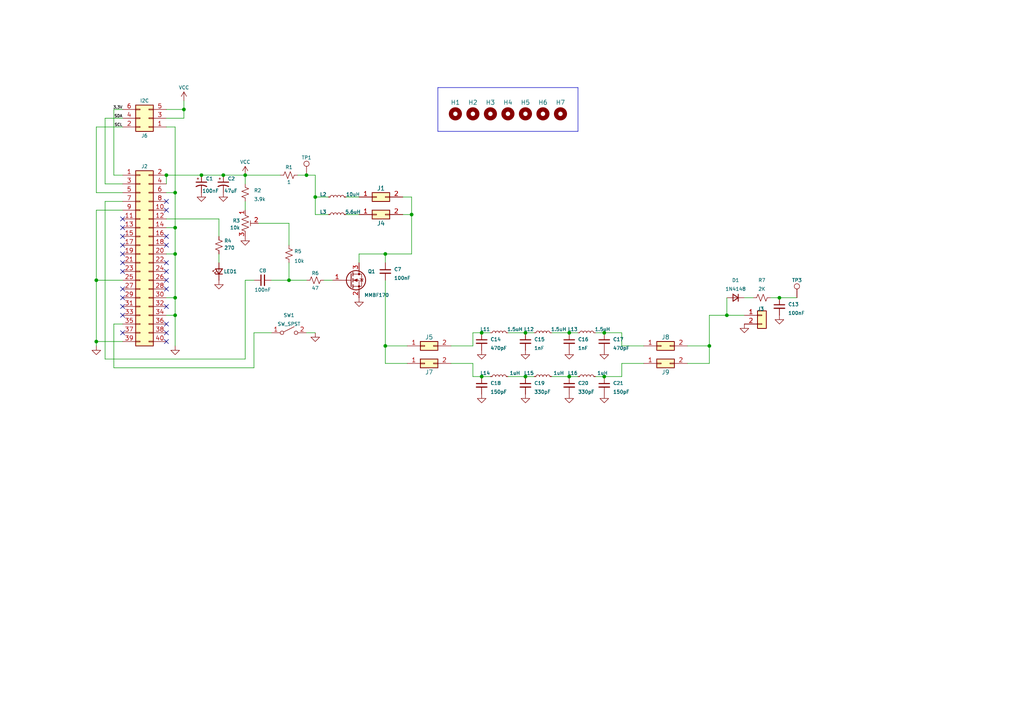
<source format=kicad_sch>
(kicad_sch (version 20230121) (generator eeschema)

  (uuid e63e39d7-6ac0-4ffd-8aa3-1841a4541b55)

  (paper "A4")

  (title_block
    (title "WSPR3")
    (rev "1")
  )

  (lib_symbols
    (symbol "Connector:TestPoint" (pin_numbers hide) (pin_names (offset 0.762) hide) (in_bom yes) (on_board yes)
      (property "Reference" "TP" (at 0 6.858 0)
        (effects (font (size 1.27 1.27)))
      )
      (property "Value" "TestPoint" (at 0 5.08 0)
        (effects (font (size 1.27 1.27)))
      )
      (property "Footprint" "" (at 5.08 0 0)
        (effects (font (size 1.27 1.27)) hide)
      )
      (property "Datasheet" "~" (at 5.08 0 0)
        (effects (font (size 1.27 1.27)) hide)
      )
      (property "ki_keywords" "test point tp" (at 0 0 0)
        (effects (font (size 1.27 1.27)) hide)
      )
      (property "ki_description" "test point" (at 0 0 0)
        (effects (font (size 1.27 1.27)) hide)
      )
      (property "ki_fp_filters" "Pin* Test*" (at 0 0 0)
        (effects (font (size 1.27 1.27)) hide)
      )
      (symbol "TestPoint_0_1"
        (circle (center 0 3.302) (radius 0.762)
          (stroke (width 0) (type default))
          (fill (type none))
        )
      )
      (symbol "TestPoint_1_1"
        (pin passive line (at 0 0 90) (length 2.54)
          (name "1" (effects (font (size 1.27 1.27))))
          (number "1" (effects (font (size 1.27 1.27))))
        )
      )
    )
    (symbol "Connector_Generic:Conn_01x02" (pin_names (offset 1.016) hide) (in_bom yes) (on_board yes)
      (property "Reference" "J" (at 0 2.54 0)
        (effects (font (size 1.27 1.27)))
      )
      (property "Value" "Conn_01x02" (at 0 -5.08 0)
        (effects (font (size 1.27 1.27)))
      )
      (property "Footprint" "" (at 0 0 0)
        (effects (font (size 1.27 1.27)) hide)
      )
      (property "Datasheet" "~" (at 0 0 0)
        (effects (font (size 1.27 1.27)) hide)
      )
      (property "ki_keywords" "connector" (at 0 0 0)
        (effects (font (size 1.27 1.27)) hide)
      )
      (property "ki_description" "Generic connector, single row, 01x02, script generated (kicad-library-utils/schlib/autogen/connector/)" (at 0 0 0)
        (effects (font (size 1.27 1.27)) hide)
      )
      (property "ki_fp_filters" "Connector*:*_1x??_*" (at 0 0 0)
        (effects (font (size 1.27 1.27)) hide)
      )
      (symbol "Conn_01x02_1_1"
        (rectangle (start -1.27 -2.413) (end 0 -2.667)
          (stroke (width 0.1524) (type default))
          (fill (type none))
        )
        (rectangle (start -1.27 0.127) (end 0 -0.127)
          (stroke (width 0.1524) (type default))
          (fill (type none))
        )
        (rectangle (start -1.27 1.27) (end 1.27 -3.81)
          (stroke (width 0.254) (type default))
          (fill (type background))
        )
        (pin passive line (at -5.08 0 0) (length 3.81)
          (name "Pin_1" (effects (font (size 1.27 1.27))))
          (number "1" (effects (font (size 1.27 1.27))))
        )
        (pin passive line (at -5.08 -2.54 0) (length 3.81)
          (name "Pin_2" (effects (font (size 1.27 1.27))))
          (number "2" (effects (font (size 1.27 1.27))))
        )
      )
    )
    (symbol "Connector_Generic:Conn_02x01" (pin_names (offset 1.016) hide) (in_bom yes) (on_board yes)
      (property "Reference" "J" (at 1.27 2.54 0)
        (effects (font (size 1.27 1.27)))
      )
      (property "Value" "Conn_02x01" (at 1.27 -2.54 0)
        (effects (font (size 1.27 1.27)))
      )
      (property "Footprint" "" (at 0 0 0)
        (effects (font (size 1.27 1.27)) hide)
      )
      (property "Datasheet" "~" (at 0 0 0)
        (effects (font (size 1.27 1.27)) hide)
      )
      (property "ki_keywords" "connector" (at 0 0 0)
        (effects (font (size 1.27 1.27)) hide)
      )
      (property "ki_description" "Generic connector, double row, 02x01, this symbol is compatible with counter-clockwise, top-bottom and odd-even numbering schemes., script generated (kicad-library-utils/schlib/autogen/connector/)" (at 0 0 0)
        (effects (font (size 1.27 1.27)) hide)
      )
      (property "ki_fp_filters" "Connector*:*_2x??_*" (at 0 0 0)
        (effects (font (size 1.27 1.27)) hide)
      )
      (symbol "Conn_02x01_1_1"
        (rectangle (start -1.27 0.127) (end 0 -0.127)
          (stroke (width 0.1524) (type default))
          (fill (type none))
        )
        (rectangle (start -1.27 1.27) (end 3.81 -1.27)
          (stroke (width 0.254) (type default))
          (fill (type background))
        )
        (rectangle (start 3.81 0.127) (end 2.54 -0.127)
          (stroke (width 0.1524) (type default))
          (fill (type none))
        )
        (pin passive line (at -5.08 0 0) (length 3.81)
          (name "Pin_1" (effects (font (size 1.27 1.27))))
          (number "1" (effects (font (size 1.27 1.27))))
        )
        (pin passive line (at 7.62 0 180) (length 3.81)
          (name "Pin_2" (effects (font (size 1.27 1.27))))
          (number "2" (effects (font (size 1.27 1.27))))
        )
      )
    )
    (symbol "Connector_Generic:Conn_02x03_Odd_Even" (pin_names (offset 1.016) hide) (in_bom yes) (on_board yes)
      (property "Reference" "J" (at 1.27 5.08 0)
        (effects (font (size 1.27 1.27)))
      )
      (property "Value" "Conn_02x03_Odd_Even" (at 1.27 -5.08 0)
        (effects (font (size 1.27 1.27)))
      )
      (property "Footprint" "" (at 0 0 0)
        (effects (font (size 1.27 1.27)) hide)
      )
      (property "Datasheet" "~" (at 0 0 0)
        (effects (font (size 1.27 1.27)) hide)
      )
      (property "ki_keywords" "connector" (at 0 0 0)
        (effects (font (size 1.27 1.27)) hide)
      )
      (property "ki_description" "Generic connector, double row, 02x03, odd/even pin numbering scheme (row 1 odd numbers, row 2 even numbers), script generated (kicad-library-utils/schlib/autogen/connector/)" (at 0 0 0)
        (effects (font (size 1.27 1.27)) hide)
      )
      (property "ki_fp_filters" "Connector*:*_2x??_*" (at 0 0 0)
        (effects (font (size 1.27 1.27)) hide)
      )
      (symbol "Conn_02x03_Odd_Even_1_1"
        (rectangle (start -1.27 -2.413) (end 0 -2.667)
          (stroke (width 0.1524) (type default))
          (fill (type none))
        )
        (rectangle (start -1.27 0.127) (end 0 -0.127)
          (stroke (width 0.1524) (type default))
          (fill (type none))
        )
        (rectangle (start -1.27 2.667) (end 0 2.413)
          (stroke (width 0.1524) (type default))
          (fill (type none))
        )
        (rectangle (start -1.27 3.81) (end 3.81 -3.81)
          (stroke (width 0.254) (type default))
          (fill (type background))
        )
        (rectangle (start 3.81 -2.413) (end 2.54 -2.667)
          (stroke (width 0.1524) (type default))
          (fill (type none))
        )
        (rectangle (start 3.81 0.127) (end 2.54 -0.127)
          (stroke (width 0.1524) (type default))
          (fill (type none))
        )
        (rectangle (start 3.81 2.667) (end 2.54 2.413)
          (stroke (width 0.1524) (type default))
          (fill (type none))
        )
        (pin passive line (at -5.08 2.54 0) (length 3.81)
          (name "Pin_1" (effects (font (size 1.27 1.27))))
          (number "1" (effects (font (size 1.27 1.27))))
        )
        (pin passive line (at 7.62 2.54 180) (length 3.81)
          (name "Pin_2" (effects (font (size 1.27 1.27))))
          (number "2" (effects (font (size 1.27 1.27))))
        )
        (pin passive line (at -5.08 0 0) (length 3.81)
          (name "Pin_3" (effects (font (size 1.27 1.27))))
          (number "3" (effects (font (size 1.27 1.27))))
        )
        (pin passive line (at 7.62 0 180) (length 3.81)
          (name "Pin_4" (effects (font (size 1.27 1.27))))
          (number "4" (effects (font (size 1.27 1.27))))
        )
        (pin passive line (at -5.08 -2.54 0) (length 3.81)
          (name "Pin_5" (effects (font (size 1.27 1.27))))
          (number "5" (effects (font (size 1.27 1.27))))
        )
        (pin passive line (at 7.62 -2.54 180) (length 3.81)
          (name "Pin_6" (effects (font (size 1.27 1.27))))
          (number "6" (effects (font (size 1.27 1.27))))
        )
      )
    )
    (symbol "Connector_Generic:Conn_02x20_Odd_Even" (pin_names (offset 1.016) hide) (in_bom yes) (on_board yes)
      (property "Reference" "J" (at 1.27 25.4 0)
        (effects (font (size 1.27 1.27)))
      )
      (property "Value" "Conn_02x20_Odd_Even" (at 1.27 -27.94 0)
        (effects (font (size 1.27 1.27)))
      )
      (property "Footprint" "" (at 0 0 0)
        (effects (font (size 1.27 1.27)) hide)
      )
      (property "Datasheet" "~" (at 0 0 0)
        (effects (font (size 1.27 1.27)) hide)
      )
      (property "ki_keywords" "connector" (at 0 0 0)
        (effects (font (size 1.27 1.27)) hide)
      )
      (property "ki_description" "Generic connector, double row, 02x20, odd/even pin numbering scheme (row 1 odd numbers, row 2 even numbers), script generated (kicad-library-utils/schlib/autogen/connector/)" (at 0 0 0)
        (effects (font (size 1.27 1.27)) hide)
      )
      (property "ki_fp_filters" "Connector*:*_2x??_*" (at 0 0 0)
        (effects (font (size 1.27 1.27)) hide)
      )
      (symbol "Conn_02x20_Odd_Even_1_1"
        (rectangle (start -1.27 -25.273) (end 0 -25.527)
          (stroke (width 0.1524) (type default))
          (fill (type none))
        )
        (rectangle (start -1.27 -22.733) (end 0 -22.987)
          (stroke (width 0.1524) (type default))
          (fill (type none))
        )
        (rectangle (start -1.27 -20.193) (end 0 -20.447)
          (stroke (width 0.1524) (type default))
          (fill (type none))
        )
        (rectangle (start -1.27 -17.653) (end 0 -17.907)
          (stroke (width 0.1524) (type default))
          (fill (type none))
        )
        (rectangle (start -1.27 -15.113) (end 0 -15.367)
          (stroke (width 0.1524) (type default))
          (fill (type none))
        )
        (rectangle (start -1.27 -12.573) (end 0 -12.827)
          (stroke (width 0.1524) (type default))
          (fill (type none))
        )
        (rectangle (start -1.27 -10.033) (end 0 -10.287)
          (stroke (width 0.1524) (type default))
          (fill (type none))
        )
        (rectangle (start -1.27 -7.493) (end 0 -7.747)
          (stroke (width 0.1524) (type default))
          (fill (type none))
        )
        (rectangle (start -1.27 -4.953) (end 0 -5.207)
          (stroke (width 0.1524) (type default))
          (fill (type none))
        )
        (rectangle (start -1.27 -2.413) (end 0 -2.667)
          (stroke (width 0.1524) (type default))
          (fill (type none))
        )
        (rectangle (start -1.27 0.127) (end 0 -0.127)
          (stroke (width 0.1524) (type default))
          (fill (type none))
        )
        (rectangle (start -1.27 2.667) (end 0 2.413)
          (stroke (width 0.1524) (type default))
          (fill (type none))
        )
        (rectangle (start -1.27 5.207) (end 0 4.953)
          (stroke (width 0.1524) (type default))
          (fill (type none))
        )
        (rectangle (start -1.27 7.747) (end 0 7.493)
          (stroke (width 0.1524) (type default))
          (fill (type none))
        )
        (rectangle (start -1.27 10.287) (end 0 10.033)
          (stroke (width 0.1524) (type default))
          (fill (type none))
        )
        (rectangle (start -1.27 12.827) (end 0 12.573)
          (stroke (width 0.1524) (type default))
          (fill (type none))
        )
        (rectangle (start -1.27 15.367) (end 0 15.113)
          (stroke (width 0.1524) (type default))
          (fill (type none))
        )
        (rectangle (start -1.27 17.907) (end 0 17.653)
          (stroke (width 0.1524) (type default))
          (fill (type none))
        )
        (rectangle (start -1.27 20.447) (end 0 20.193)
          (stroke (width 0.1524) (type default))
          (fill (type none))
        )
        (rectangle (start -1.27 22.987) (end 0 22.733)
          (stroke (width 0.1524) (type default))
          (fill (type none))
        )
        (rectangle (start -1.27 24.13) (end 3.81 -26.67)
          (stroke (width 0.254) (type default))
          (fill (type background))
        )
        (rectangle (start 3.81 -25.273) (end 2.54 -25.527)
          (stroke (width 0.1524) (type default))
          (fill (type none))
        )
        (rectangle (start 3.81 -22.733) (end 2.54 -22.987)
          (stroke (width 0.1524) (type default))
          (fill (type none))
        )
        (rectangle (start 3.81 -20.193) (end 2.54 -20.447)
          (stroke (width 0.1524) (type default))
          (fill (type none))
        )
        (rectangle (start 3.81 -17.653) (end 2.54 -17.907)
          (stroke (width 0.1524) (type default))
          (fill (type none))
        )
        (rectangle (start 3.81 -15.113) (end 2.54 -15.367)
          (stroke (width 0.1524) (type default))
          (fill (type none))
        )
        (rectangle (start 3.81 -12.573) (end 2.54 -12.827)
          (stroke (width 0.1524) (type default))
          (fill (type none))
        )
        (rectangle (start 3.81 -10.033) (end 2.54 -10.287)
          (stroke (width 0.1524) (type default))
          (fill (type none))
        )
        (rectangle (start 3.81 -7.493) (end 2.54 -7.747)
          (stroke (width 0.1524) (type default))
          (fill (type none))
        )
        (rectangle (start 3.81 -4.953) (end 2.54 -5.207)
          (stroke (width 0.1524) (type default))
          (fill (type none))
        )
        (rectangle (start 3.81 -2.413) (end 2.54 -2.667)
          (stroke (width 0.1524) (type default))
          (fill (type none))
        )
        (rectangle (start 3.81 0.127) (end 2.54 -0.127)
          (stroke (width 0.1524) (type default))
          (fill (type none))
        )
        (rectangle (start 3.81 2.667) (end 2.54 2.413)
          (stroke (width 0.1524) (type default))
          (fill (type none))
        )
        (rectangle (start 3.81 5.207) (end 2.54 4.953)
          (stroke (width 0.1524) (type default))
          (fill (type none))
        )
        (rectangle (start 3.81 7.747) (end 2.54 7.493)
          (stroke (width 0.1524) (type default))
          (fill (type none))
        )
        (rectangle (start 3.81 10.287) (end 2.54 10.033)
          (stroke (width 0.1524) (type default))
          (fill (type none))
        )
        (rectangle (start 3.81 12.827) (end 2.54 12.573)
          (stroke (width 0.1524) (type default))
          (fill (type none))
        )
        (rectangle (start 3.81 15.367) (end 2.54 15.113)
          (stroke (width 0.1524) (type default))
          (fill (type none))
        )
        (rectangle (start 3.81 17.907) (end 2.54 17.653)
          (stroke (width 0.1524) (type default))
          (fill (type none))
        )
        (rectangle (start 3.81 20.447) (end 2.54 20.193)
          (stroke (width 0.1524) (type default))
          (fill (type none))
        )
        (rectangle (start 3.81 22.987) (end 2.54 22.733)
          (stroke (width 0.1524) (type default))
          (fill (type none))
        )
        (pin passive line (at -5.08 22.86 0) (length 3.81)
          (name "Pin_1" (effects (font (size 1.27 1.27))))
          (number "1" (effects (font (size 1.27 1.27))))
        )
        (pin passive line (at 7.62 12.7 180) (length 3.81)
          (name "Pin_10" (effects (font (size 1.27 1.27))))
          (number "10" (effects (font (size 1.27 1.27))))
        )
        (pin passive line (at -5.08 10.16 0) (length 3.81)
          (name "Pin_11" (effects (font (size 1.27 1.27))))
          (number "11" (effects (font (size 1.27 1.27))))
        )
        (pin passive line (at 7.62 10.16 180) (length 3.81)
          (name "Pin_12" (effects (font (size 1.27 1.27))))
          (number "12" (effects (font (size 1.27 1.27))))
        )
        (pin passive line (at -5.08 7.62 0) (length 3.81)
          (name "Pin_13" (effects (font (size 1.27 1.27))))
          (number "13" (effects (font (size 1.27 1.27))))
        )
        (pin passive line (at 7.62 7.62 180) (length 3.81)
          (name "Pin_14" (effects (font (size 1.27 1.27))))
          (number "14" (effects (font (size 1.27 1.27))))
        )
        (pin passive line (at -5.08 5.08 0) (length 3.81)
          (name "Pin_15" (effects (font (size 1.27 1.27))))
          (number "15" (effects (font (size 1.27 1.27))))
        )
        (pin passive line (at 7.62 5.08 180) (length 3.81)
          (name "Pin_16" (effects (font (size 1.27 1.27))))
          (number "16" (effects (font (size 1.27 1.27))))
        )
        (pin passive line (at -5.08 2.54 0) (length 3.81)
          (name "Pin_17" (effects (font (size 1.27 1.27))))
          (number "17" (effects (font (size 1.27 1.27))))
        )
        (pin passive line (at 7.62 2.54 180) (length 3.81)
          (name "Pin_18" (effects (font (size 1.27 1.27))))
          (number "18" (effects (font (size 1.27 1.27))))
        )
        (pin passive line (at -5.08 0 0) (length 3.81)
          (name "Pin_19" (effects (font (size 1.27 1.27))))
          (number "19" (effects (font (size 1.27 1.27))))
        )
        (pin passive line (at 7.62 22.86 180) (length 3.81)
          (name "Pin_2" (effects (font (size 1.27 1.27))))
          (number "2" (effects (font (size 1.27 1.27))))
        )
        (pin passive line (at 7.62 0 180) (length 3.81)
          (name "Pin_20" (effects (font (size 1.27 1.27))))
          (number "20" (effects (font (size 1.27 1.27))))
        )
        (pin passive line (at -5.08 -2.54 0) (length 3.81)
          (name "Pin_21" (effects (font (size 1.27 1.27))))
          (number "21" (effects (font (size 1.27 1.27))))
        )
        (pin passive line (at 7.62 -2.54 180) (length 3.81)
          (name "Pin_22" (effects (font (size 1.27 1.27))))
          (number "22" (effects (font (size 1.27 1.27))))
        )
        (pin passive line (at -5.08 -5.08 0) (length 3.81)
          (name "Pin_23" (effects (font (size 1.27 1.27))))
          (number "23" (effects (font (size 1.27 1.27))))
        )
        (pin passive line (at 7.62 -5.08 180) (length 3.81)
          (name "Pin_24" (effects (font (size 1.27 1.27))))
          (number "24" (effects (font (size 1.27 1.27))))
        )
        (pin passive line (at -5.08 -7.62 0) (length 3.81)
          (name "Pin_25" (effects (font (size 1.27 1.27))))
          (number "25" (effects (font (size 1.27 1.27))))
        )
        (pin passive line (at 7.62 -7.62 180) (length 3.81)
          (name "Pin_26" (effects (font (size 1.27 1.27))))
          (number "26" (effects (font (size 1.27 1.27))))
        )
        (pin passive line (at -5.08 -10.16 0) (length 3.81)
          (name "Pin_27" (effects (font (size 1.27 1.27))))
          (number "27" (effects (font (size 1.27 1.27))))
        )
        (pin passive line (at 7.62 -10.16 180) (length 3.81)
          (name "Pin_28" (effects (font (size 1.27 1.27))))
          (number "28" (effects (font (size 1.27 1.27))))
        )
        (pin passive line (at -5.08 -12.7 0) (length 3.81)
          (name "Pin_29" (effects (font (size 1.27 1.27))))
          (number "29" (effects (font (size 1.27 1.27))))
        )
        (pin passive line (at -5.08 20.32 0) (length 3.81)
          (name "Pin_3" (effects (font (size 1.27 1.27))))
          (number "3" (effects (font (size 1.27 1.27))))
        )
        (pin passive line (at 7.62 -12.7 180) (length 3.81)
          (name "Pin_30" (effects (font (size 1.27 1.27))))
          (number "30" (effects (font (size 1.27 1.27))))
        )
        (pin passive line (at -5.08 -15.24 0) (length 3.81)
          (name "Pin_31" (effects (font (size 1.27 1.27))))
          (number "31" (effects (font (size 1.27 1.27))))
        )
        (pin passive line (at 7.62 -15.24 180) (length 3.81)
          (name "Pin_32" (effects (font (size 1.27 1.27))))
          (number "32" (effects (font (size 1.27 1.27))))
        )
        (pin passive line (at -5.08 -17.78 0) (length 3.81)
          (name "Pin_33" (effects (font (size 1.27 1.27))))
          (number "33" (effects (font (size 1.27 1.27))))
        )
        (pin passive line (at 7.62 -17.78 180) (length 3.81)
          (name "Pin_34" (effects (font (size 1.27 1.27))))
          (number "34" (effects (font (size 1.27 1.27))))
        )
        (pin passive line (at -5.08 -20.32 0) (length 3.81)
          (name "Pin_35" (effects (font (size 1.27 1.27))))
          (number "35" (effects (font (size 1.27 1.27))))
        )
        (pin passive line (at 7.62 -20.32 180) (length 3.81)
          (name "Pin_36" (effects (font (size 1.27 1.27))))
          (number "36" (effects (font (size 1.27 1.27))))
        )
        (pin passive line (at -5.08 -22.86 0) (length 3.81)
          (name "Pin_37" (effects (font (size 1.27 1.27))))
          (number "37" (effects (font (size 1.27 1.27))))
        )
        (pin passive line (at 7.62 -22.86 180) (length 3.81)
          (name "Pin_38" (effects (font (size 1.27 1.27))))
          (number "38" (effects (font (size 1.27 1.27))))
        )
        (pin passive line (at -5.08 -25.4 0) (length 3.81)
          (name "Pin_39" (effects (font (size 1.27 1.27))))
          (number "39" (effects (font (size 1.27 1.27))))
        )
        (pin passive line (at 7.62 20.32 180) (length 3.81)
          (name "Pin_4" (effects (font (size 1.27 1.27))))
          (number "4" (effects (font (size 1.27 1.27))))
        )
        (pin passive line (at 7.62 -25.4 180) (length 3.81)
          (name "Pin_40" (effects (font (size 1.27 1.27))))
          (number "40" (effects (font (size 1.27 1.27))))
        )
        (pin passive line (at -5.08 17.78 0) (length 3.81)
          (name "Pin_5" (effects (font (size 1.27 1.27))))
          (number "5" (effects (font (size 1.27 1.27))))
        )
        (pin passive line (at 7.62 17.78 180) (length 3.81)
          (name "Pin_6" (effects (font (size 1.27 1.27))))
          (number "6" (effects (font (size 1.27 1.27))))
        )
        (pin passive line (at -5.08 15.24 0) (length 3.81)
          (name "Pin_7" (effects (font (size 1.27 1.27))))
          (number "7" (effects (font (size 1.27 1.27))))
        )
        (pin passive line (at 7.62 15.24 180) (length 3.81)
          (name "Pin_8" (effects (font (size 1.27 1.27))))
          (number "8" (effects (font (size 1.27 1.27))))
        )
        (pin passive line (at -5.08 12.7 0) (length 3.81)
          (name "Pin_9" (effects (font (size 1.27 1.27))))
          (number "9" (effects (font (size 1.27 1.27))))
        )
      )
    )
    (symbol "Device:C_Polarized_Small_US" (pin_numbers hide) (pin_names (offset 0.254) hide) (in_bom yes) (on_board yes)
      (property "Reference" "C" (at 0.254 1.778 0)
        (effects (font (size 1.27 1.27)) (justify left))
      )
      (property "Value" "C_Polarized_Small_US" (at 0.254 -2.032 0)
        (effects (font (size 1.27 1.27)) (justify left))
      )
      (property "Footprint" "" (at 0 0 0)
        (effects (font (size 1.27 1.27)) hide)
      )
      (property "Datasheet" "~" (at 0 0 0)
        (effects (font (size 1.27 1.27)) hide)
      )
      (property "ki_keywords" "cap capacitor" (at 0 0 0)
        (effects (font (size 1.27 1.27)) hide)
      )
      (property "ki_description" "Polarized capacitor, small US symbol" (at 0 0 0)
        (effects (font (size 1.27 1.27)) hide)
      )
      (property "ki_fp_filters" "CP_*" (at 0 0 0)
        (effects (font (size 1.27 1.27)) hide)
      )
      (symbol "C_Polarized_Small_US_0_1"
        (polyline
          (pts
            (xy -1.524 0.508)
            (xy 1.524 0.508)
          )
          (stroke (width 0.3048) (type default))
          (fill (type none))
        )
        (polyline
          (pts
            (xy -1.27 1.524)
            (xy -0.762 1.524)
          )
          (stroke (width 0) (type default))
          (fill (type none))
        )
        (polyline
          (pts
            (xy -1.016 1.27)
            (xy -1.016 1.778)
          )
          (stroke (width 0) (type default))
          (fill (type none))
        )
        (arc (start 1.524 -0.762) (mid 0 -0.3734) (end -1.524 -0.762)
          (stroke (width 0.3048) (type default))
          (fill (type none))
        )
      )
      (symbol "C_Polarized_Small_US_1_1"
        (pin passive line (at 0 2.54 270) (length 2.032)
          (name "~" (effects (font (size 1.27 1.27))))
          (number "1" (effects (font (size 1.27 1.27))))
        )
        (pin passive line (at 0 -2.54 90) (length 2.032)
          (name "~" (effects (font (size 1.27 1.27))))
          (number "2" (effects (font (size 1.27 1.27))))
        )
      )
    )
    (symbol "Device:C_Small" (pin_numbers hide) (pin_names (offset 0.254) hide) (in_bom yes) (on_board yes)
      (property "Reference" "C" (at 0.254 1.778 0)
        (effects (font (size 1.27 1.27)) (justify left))
      )
      (property "Value" "C_Small" (at 0.254 -2.032 0)
        (effects (font (size 1.27 1.27)) (justify left))
      )
      (property "Footprint" "" (at 0 0 0)
        (effects (font (size 1.27 1.27)) hide)
      )
      (property "Datasheet" "~" (at 0 0 0)
        (effects (font (size 1.27 1.27)) hide)
      )
      (property "ki_keywords" "capacitor cap" (at 0 0 0)
        (effects (font (size 1.27 1.27)) hide)
      )
      (property "ki_description" "Unpolarized capacitor, small symbol" (at 0 0 0)
        (effects (font (size 1.27 1.27)) hide)
      )
      (property "ki_fp_filters" "C_*" (at 0 0 0)
        (effects (font (size 1.27 1.27)) hide)
      )
      (symbol "C_Small_0_1"
        (polyline
          (pts
            (xy -1.524 -0.508)
            (xy 1.524 -0.508)
          )
          (stroke (width 0.3302) (type default))
          (fill (type none))
        )
        (polyline
          (pts
            (xy -1.524 0.508)
            (xy 1.524 0.508)
          )
          (stroke (width 0.3048) (type default))
          (fill (type none))
        )
      )
      (symbol "C_Small_1_1"
        (pin passive line (at 0 2.54 270) (length 2.032)
          (name "~" (effects (font (size 1.27 1.27))))
          (number "1" (effects (font (size 1.27 1.27))))
        )
        (pin passive line (at 0 -2.54 90) (length 2.032)
          (name "~" (effects (font (size 1.27 1.27))))
          (number "2" (effects (font (size 1.27 1.27))))
        )
      )
    )
    (symbol "Device:D_Small" (pin_numbers hide) (pin_names (offset 0.254) hide) (in_bom yes) (on_board yes)
      (property "Reference" "D" (at -1.27 2.032 0)
        (effects (font (size 1.27 1.27)) (justify left))
      )
      (property "Value" "D_Small" (at -3.81 -2.032 0)
        (effects (font (size 1.27 1.27)) (justify left))
      )
      (property "Footprint" "" (at 0 0 90)
        (effects (font (size 1.27 1.27)) hide)
      )
      (property "Datasheet" "~" (at 0 0 90)
        (effects (font (size 1.27 1.27)) hide)
      )
      (property "ki_keywords" "diode" (at 0 0 0)
        (effects (font (size 1.27 1.27)) hide)
      )
      (property "ki_description" "Diode, small symbol" (at 0 0 0)
        (effects (font (size 1.27 1.27)) hide)
      )
      (property "ki_fp_filters" "TO-???* *_Diode_* *SingleDiode* D_*" (at 0 0 0)
        (effects (font (size 1.27 1.27)) hide)
      )
      (symbol "D_Small_0_1"
        (polyline
          (pts
            (xy -0.762 -1.016)
            (xy -0.762 1.016)
          )
          (stroke (width 0.254) (type default))
          (fill (type none))
        )
        (polyline
          (pts
            (xy -0.762 0)
            (xy 0.762 0)
          )
          (stroke (width 0) (type default))
          (fill (type none))
        )
        (polyline
          (pts
            (xy 0.762 -1.016)
            (xy -0.762 0)
            (xy 0.762 1.016)
            (xy 0.762 -1.016)
          )
          (stroke (width 0.254) (type default))
          (fill (type none))
        )
      )
      (symbol "D_Small_1_1"
        (pin passive line (at -2.54 0 0) (length 1.778)
          (name "K" (effects (font (size 1.27 1.27))))
          (number "1" (effects (font (size 1.27 1.27))))
        )
        (pin passive line (at 2.54 0 180) (length 1.778)
          (name "A" (effects (font (size 1.27 1.27))))
          (number "2" (effects (font (size 1.27 1.27))))
        )
      )
    )
    (symbol "Device:LED_Small" (pin_numbers hide) (pin_names (offset 0.254) hide) (in_bom yes) (on_board yes)
      (property "Reference" "D" (at -1.27 3.175 0)
        (effects (font (size 1.27 1.27)) (justify left))
      )
      (property "Value" "LED_Small" (at -4.445 -2.54 0)
        (effects (font (size 1.27 1.27)) (justify left))
      )
      (property "Footprint" "" (at 0 0 90)
        (effects (font (size 1.27 1.27)) hide)
      )
      (property "Datasheet" "~" (at 0 0 90)
        (effects (font (size 1.27 1.27)) hide)
      )
      (property "ki_keywords" "LED diode light-emitting-diode" (at 0 0 0)
        (effects (font (size 1.27 1.27)) hide)
      )
      (property "ki_description" "Light emitting diode, small symbol" (at 0 0 0)
        (effects (font (size 1.27 1.27)) hide)
      )
      (property "ki_fp_filters" "LED* LED_SMD:* LED_THT:*" (at 0 0 0)
        (effects (font (size 1.27 1.27)) hide)
      )
      (symbol "LED_Small_0_1"
        (polyline
          (pts
            (xy -0.762 -1.016)
            (xy -0.762 1.016)
          )
          (stroke (width 0.254) (type default))
          (fill (type none))
        )
        (polyline
          (pts
            (xy 1.016 0)
            (xy -0.762 0)
          )
          (stroke (width 0) (type default))
          (fill (type none))
        )
        (polyline
          (pts
            (xy 0.762 -1.016)
            (xy -0.762 0)
            (xy 0.762 1.016)
            (xy 0.762 -1.016)
          )
          (stroke (width 0.254) (type default))
          (fill (type none))
        )
        (polyline
          (pts
            (xy 0 0.762)
            (xy -0.508 1.27)
            (xy -0.254 1.27)
            (xy -0.508 1.27)
            (xy -0.508 1.016)
          )
          (stroke (width 0) (type default))
          (fill (type none))
        )
        (polyline
          (pts
            (xy 0.508 1.27)
            (xy 0 1.778)
            (xy 0.254 1.778)
            (xy 0 1.778)
            (xy 0 1.524)
          )
          (stroke (width 0) (type default))
          (fill (type none))
        )
      )
      (symbol "LED_Small_1_1"
        (pin passive line (at -2.54 0 0) (length 1.778)
          (name "K" (effects (font (size 1.27 1.27))))
          (number "1" (effects (font (size 1.27 1.27))))
        )
        (pin passive line (at 2.54 0 180) (length 1.778)
          (name "A" (effects (font (size 1.27 1.27))))
          (number "2" (effects (font (size 1.27 1.27))))
        )
      )
    )
    (symbol "Device:L_Small" (pin_numbers hide) (pin_names (offset 0.254) hide) (in_bom yes) (on_board yes)
      (property "Reference" "L" (at 0.762 1.016 0)
        (effects (font (size 1.27 1.27)) (justify left))
      )
      (property "Value" "L_Small" (at 0.762 -1.016 0)
        (effects (font (size 1.27 1.27)) (justify left))
      )
      (property "Footprint" "" (at 0 0 0)
        (effects (font (size 1.27 1.27)) hide)
      )
      (property "Datasheet" "~" (at 0 0 0)
        (effects (font (size 1.27 1.27)) hide)
      )
      (property "ki_keywords" "inductor choke coil reactor magnetic" (at 0 0 0)
        (effects (font (size 1.27 1.27)) hide)
      )
      (property "ki_description" "Inductor, small symbol" (at 0 0 0)
        (effects (font (size 1.27 1.27)) hide)
      )
      (property "ki_fp_filters" "Choke_* *Coil* Inductor_* L_*" (at 0 0 0)
        (effects (font (size 1.27 1.27)) hide)
      )
      (symbol "L_Small_0_1"
        (arc (start 0 -2.032) (mid 0.5058 -1.524) (end 0 -1.016)
          (stroke (width 0) (type default))
          (fill (type none))
        )
        (arc (start 0 -1.016) (mid 0.5058 -0.508) (end 0 0)
          (stroke (width 0) (type default))
          (fill (type none))
        )
        (arc (start 0 0) (mid 0.5058 0.508) (end 0 1.016)
          (stroke (width 0) (type default))
          (fill (type none))
        )
        (arc (start 0 1.016) (mid 0.5058 1.524) (end 0 2.032)
          (stroke (width 0) (type default))
          (fill (type none))
        )
      )
      (symbol "L_Small_1_1"
        (pin passive line (at 0 2.54 270) (length 0.508)
          (name "~" (effects (font (size 1.27 1.27))))
          (number "1" (effects (font (size 1.27 1.27))))
        )
        (pin passive line (at 0 -2.54 90) (length 0.508)
          (name "~" (effects (font (size 1.27 1.27))))
          (number "2" (effects (font (size 1.27 1.27))))
        )
      )
    )
    (symbol "Device:R_Potentiometer_Trim_US" (pin_names (offset 1.016) hide) (in_bom yes) (on_board yes)
      (property "Reference" "RV" (at -4.445 0 90)
        (effects (font (size 1.27 1.27)))
      )
      (property "Value" "R_Potentiometer_Trim_US" (at -2.54 0 90)
        (effects (font (size 1.27 1.27)))
      )
      (property "Footprint" "" (at 0 0 0)
        (effects (font (size 1.27 1.27)) hide)
      )
      (property "Datasheet" "~" (at 0 0 0)
        (effects (font (size 1.27 1.27)) hide)
      )
      (property "ki_keywords" "resistor variable trimpot trimmer" (at 0 0 0)
        (effects (font (size 1.27 1.27)) hide)
      )
      (property "ki_description" "Trim-potentiometer, US symbol" (at 0 0 0)
        (effects (font (size 1.27 1.27)) hide)
      )
      (property "ki_fp_filters" "Potentiometer*" (at 0 0 0)
        (effects (font (size 1.27 1.27)) hide)
      )
      (symbol "R_Potentiometer_Trim_US_0_1"
        (polyline
          (pts
            (xy 0 -2.286)
            (xy 0 -2.54)
          )
          (stroke (width 0) (type default))
          (fill (type none))
        )
        (polyline
          (pts
            (xy 0 2.286)
            (xy 0 2.54)
          )
          (stroke (width 0) (type default))
          (fill (type none))
        )
        (polyline
          (pts
            (xy 1.524 0.762)
            (xy 1.524 -0.762)
          )
          (stroke (width 0) (type default))
          (fill (type none))
        )
        (polyline
          (pts
            (xy 2.54 0)
            (xy 1.524 0)
          )
          (stroke (width 0) (type default))
          (fill (type none))
        )
        (polyline
          (pts
            (xy 0 -0.762)
            (xy 1.016 -1.143)
            (xy 0 -1.524)
            (xy -1.016 -1.905)
            (xy 0 -2.286)
          )
          (stroke (width 0) (type default))
          (fill (type none))
        )
        (polyline
          (pts
            (xy 0 0.762)
            (xy 1.016 0.381)
            (xy 0 0)
            (xy -1.016 -0.381)
            (xy 0 -0.762)
          )
          (stroke (width 0) (type default))
          (fill (type none))
        )
        (polyline
          (pts
            (xy 0 2.286)
            (xy 1.016 1.905)
            (xy 0 1.524)
            (xy -1.016 1.143)
            (xy 0 0.762)
          )
          (stroke (width 0) (type default))
          (fill (type none))
        )
      )
      (symbol "R_Potentiometer_Trim_US_1_1"
        (pin passive line (at 0 3.81 270) (length 1.27)
          (name "1" (effects (font (size 1.27 1.27))))
          (number "1" (effects (font (size 1.27 1.27))))
        )
        (pin passive line (at 3.81 0 180) (length 1.27)
          (name "2" (effects (font (size 1.27 1.27))))
          (number "2" (effects (font (size 1.27 1.27))))
        )
        (pin passive line (at 0 -3.81 90) (length 1.27)
          (name "3" (effects (font (size 1.27 1.27))))
          (number "3" (effects (font (size 1.27 1.27))))
        )
      )
    )
    (symbol "Device:R_Small_US" (pin_numbers hide) (pin_names (offset 0.254) hide) (in_bom yes) (on_board yes)
      (property "Reference" "R" (at 0.762 0.508 0)
        (effects (font (size 1.27 1.27)) (justify left))
      )
      (property "Value" "R_Small_US" (at 0.762 -1.016 0)
        (effects (font (size 1.27 1.27)) (justify left))
      )
      (property "Footprint" "" (at 0 0 0)
        (effects (font (size 1.27 1.27)) hide)
      )
      (property "Datasheet" "~" (at 0 0 0)
        (effects (font (size 1.27 1.27)) hide)
      )
      (property "ki_keywords" "r resistor" (at 0 0 0)
        (effects (font (size 1.27 1.27)) hide)
      )
      (property "ki_description" "Resistor, small US symbol" (at 0 0 0)
        (effects (font (size 1.27 1.27)) hide)
      )
      (property "ki_fp_filters" "R_*" (at 0 0 0)
        (effects (font (size 1.27 1.27)) hide)
      )
      (symbol "R_Small_US_1_1"
        (polyline
          (pts
            (xy 0 0)
            (xy 1.016 -0.381)
            (xy 0 -0.762)
            (xy -1.016 -1.143)
            (xy 0 -1.524)
          )
          (stroke (width 0) (type default))
          (fill (type none))
        )
        (polyline
          (pts
            (xy 0 1.524)
            (xy 1.016 1.143)
            (xy 0 0.762)
            (xy -1.016 0.381)
            (xy 0 0)
          )
          (stroke (width 0) (type default))
          (fill (type none))
        )
        (pin passive line (at 0 2.54 270) (length 1.016)
          (name "~" (effects (font (size 1.27 1.27))))
          (number "1" (effects (font (size 1.27 1.27))))
        )
        (pin passive line (at 0 -2.54 90) (length 1.016)
          (name "~" (effects (font (size 1.27 1.27))))
          (number "2" (effects (font (size 1.27 1.27))))
        )
      )
    )
    (symbol "Mechanical:MountingHole" (pin_names (offset 1.016)) (in_bom yes) (on_board yes)
      (property "Reference" "H" (at 0 5.08 0)
        (effects (font (size 1.27 1.27)))
      )
      (property "Value" "MountingHole" (at 0 3.175 0)
        (effects (font (size 1.27 1.27)))
      )
      (property "Footprint" "" (at 0 0 0)
        (effects (font (size 1.27 1.27)) hide)
      )
      (property "Datasheet" "~" (at 0 0 0)
        (effects (font (size 1.27 1.27)) hide)
      )
      (property "ki_keywords" "mounting hole" (at 0 0 0)
        (effects (font (size 1.27 1.27)) hide)
      )
      (property "ki_description" "Mounting Hole without connection" (at 0 0 0)
        (effects (font (size 1.27 1.27)) hide)
      )
      (property "ki_fp_filters" "MountingHole*" (at 0 0 0)
        (effects (font (size 1.27 1.27)) hide)
      )
      (symbol "MountingHole_0_1"
        (circle (center 0 0) (radius 1.27)
          (stroke (width 1.27) (type default))
          (fill (type none))
        )
      )
    )
    (symbol "Switch:SW_SPST" (pin_names (offset 0) hide) (in_bom yes) (on_board yes)
      (property "Reference" "SW" (at 0 3.175 0)
        (effects (font (size 1.27 1.27)))
      )
      (property "Value" "SW_SPST" (at 0 -2.54 0)
        (effects (font (size 1.27 1.27)))
      )
      (property "Footprint" "" (at 0 0 0)
        (effects (font (size 1.27 1.27)) hide)
      )
      (property "Datasheet" "~" (at 0 0 0)
        (effects (font (size 1.27 1.27)) hide)
      )
      (property "ki_keywords" "switch lever" (at 0 0 0)
        (effects (font (size 1.27 1.27)) hide)
      )
      (property "ki_description" "Single Pole Single Throw (SPST) switch" (at 0 0 0)
        (effects (font (size 1.27 1.27)) hide)
      )
      (symbol "SW_SPST_0_0"
        (circle (center -2.032 0) (radius 0.508)
          (stroke (width 0) (type default))
          (fill (type none))
        )
        (polyline
          (pts
            (xy -1.524 0.254)
            (xy 1.524 1.778)
          )
          (stroke (width 0) (type default))
          (fill (type none))
        )
        (circle (center 2.032 0) (radius 0.508)
          (stroke (width 0) (type default))
          (fill (type none))
        )
      )
      (symbol "SW_SPST_1_1"
        (pin passive line (at -5.08 0 0) (length 2.54)
          (name "A" (effects (font (size 1.27 1.27))))
          (number "1" (effects (font (size 1.27 1.27))))
        )
        (pin passive line (at 5.08 0 180) (length 2.54)
          (name "B" (effects (font (size 1.27 1.27))))
          (number "2" (effects (font (size 1.27 1.27))))
        )
      )
    )
    (symbol "Transistor_FET:MMBF170" (pin_names hide) (in_bom yes) (on_board yes)
      (property "Reference" "Q" (at 5.08 1.905 0)
        (effects (font (size 1.27 1.27)) (justify left))
      )
      (property "Value" "MMBF170" (at 5.08 0 0)
        (effects (font (size 1.27 1.27)) (justify left))
      )
      (property "Footprint" "Package_TO_SOT_SMD:SOT-23" (at 5.08 -1.905 0)
        (effects (font (size 1.27 1.27) italic) (justify left) hide)
      )
      (property "Datasheet" "https://www.diodes.com/assets/Datasheets/ds30104.pdf" (at 0 0 0)
        (effects (font (size 1.27 1.27)) (justify left) hide)
      )
      (property "ki_keywords" "N-Channel MOSFET" (at 0 0 0)
        (effects (font (size 1.27 1.27)) hide)
      )
      (property "ki_description" "0.5A Id, 60V Vds, N-Channel MOSFET, SOT-23" (at 0 0 0)
        (effects (font (size 1.27 1.27)) hide)
      )
      (property "ki_fp_filters" "SOT?23*" (at 0 0 0)
        (effects (font (size 1.27 1.27)) hide)
      )
      (symbol "MMBF170_0_1"
        (polyline
          (pts
            (xy 0.254 0)
            (xy -2.54 0)
          )
          (stroke (width 0) (type default))
          (fill (type none))
        )
        (polyline
          (pts
            (xy 0.254 1.905)
            (xy 0.254 -1.905)
          )
          (stroke (width 0.254) (type default))
          (fill (type none))
        )
        (polyline
          (pts
            (xy 0.762 -1.27)
            (xy 0.762 -2.286)
          )
          (stroke (width 0.254) (type default))
          (fill (type none))
        )
        (polyline
          (pts
            (xy 0.762 0.508)
            (xy 0.762 -0.508)
          )
          (stroke (width 0.254) (type default))
          (fill (type none))
        )
        (polyline
          (pts
            (xy 0.762 2.286)
            (xy 0.762 1.27)
          )
          (stroke (width 0.254) (type default))
          (fill (type none))
        )
        (polyline
          (pts
            (xy 2.54 2.54)
            (xy 2.54 1.778)
          )
          (stroke (width 0) (type default))
          (fill (type none))
        )
        (polyline
          (pts
            (xy 2.54 -2.54)
            (xy 2.54 0)
            (xy 0.762 0)
          )
          (stroke (width 0) (type default))
          (fill (type none))
        )
        (polyline
          (pts
            (xy 0.762 -1.778)
            (xy 3.302 -1.778)
            (xy 3.302 1.778)
            (xy 0.762 1.778)
          )
          (stroke (width 0) (type default))
          (fill (type none))
        )
        (polyline
          (pts
            (xy 1.016 0)
            (xy 2.032 0.381)
            (xy 2.032 -0.381)
            (xy 1.016 0)
          )
          (stroke (width 0) (type default))
          (fill (type outline))
        )
        (polyline
          (pts
            (xy 2.794 0.508)
            (xy 2.921 0.381)
            (xy 3.683 0.381)
            (xy 3.81 0.254)
          )
          (stroke (width 0) (type default))
          (fill (type none))
        )
        (polyline
          (pts
            (xy 3.302 0.381)
            (xy 2.921 -0.254)
            (xy 3.683 -0.254)
            (xy 3.302 0.381)
          )
          (stroke (width 0) (type default))
          (fill (type none))
        )
        (circle (center 1.651 0) (radius 2.794)
          (stroke (width 0.254) (type default))
          (fill (type none))
        )
        (circle (center 2.54 -1.778) (radius 0.254)
          (stroke (width 0) (type default))
          (fill (type outline))
        )
        (circle (center 2.54 1.778) (radius 0.254)
          (stroke (width 0) (type default))
          (fill (type outline))
        )
      )
      (symbol "MMBF170_1_1"
        (pin input line (at -5.08 0 0) (length 2.54)
          (name "G" (effects (font (size 1.27 1.27))))
          (number "1" (effects (font (size 1.27 1.27))))
        )
        (pin passive line (at 2.54 -5.08 90) (length 2.54)
          (name "S" (effects (font (size 1.27 1.27))))
          (number "2" (effects (font (size 1.27 1.27))))
        )
        (pin passive line (at 2.54 5.08 270) (length 2.54)
          (name "D" (effects (font (size 1.27 1.27))))
          (number "3" (effects (font (size 1.27 1.27))))
        )
      )
    )
    (symbol "power:GND" (power) (pin_names (offset 0)) (in_bom yes) (on_board yes)
      (property "Reference" "#PWR" (at 0 -6.35 0)
        (effects (font (size 1.27 1.27)) hide)
      )
      (property "Value" "GND" (at 0 -3.81 0)
        (effects (font (size 1.27 1.27)))
      )
      (property "Footprint" "" (at 0 0 0)
        (effects (font (size 1.27 1.27)) hide)
      )
      (property "Datasheet" "" (at 0 0 0)
        (effects (font (size 1.27 1.27)) hide)
      )
      (property "ki_keywords" "power-flag" (at 0 0 0)
        (effects (font (size 1.27 1.27)) hide)
      )
      (property "ki_description" "Power symbol creates a global label with name \"GND\" , ground" (at 0 0 0)
        (effects (font (size 1.27 1.27)) hide)
      )
      (symbol "GND_0_1"
        (polyline
          (pts
            (xy 0 0)
            (xy 0 -1.27)
            (xy 1.27 -1.27)
            (xy 0 -2.54)
            (xy -1.27 -1.27)
            (xy 0 -1.27)
          )
          (stroke (width 0) (type default))
          (fill (type none))
        )
      )
      (symbol "GND_1_1"
        (pin power_in line (at 0 0 270) (length 0) hide
          (name "GND" (effects (font (size 1.27 1.27))))
          (number "1" (effects (font (size 1.27 1.27))))
        )
      )
    )
    (symbol "power:VCC" (power) (pin_names (offset 0)) (in_bom yes) (on_board yes)
      (property "Reference" "#PWR" (at 0 -3.81 0)
        (effects (font (size 1.27 1.27)) hide)
      )
      (property "Value" "VCC" (at 0 3.81 0)
        (effects (font (size 1.27 1.27)))
      )
      (property "Footprint" "" (at 0 0 0)
        (effects (font (size 1.27 1.27)) hide)
      )
      (property "Datasheet" "" (at 0 0 0)
        (effects (font (size 1.27 1.27)) hide)
      )
      (property "ki_keywords" "power-flag" (at 0 0 0)
        (effects (font (size 1.27 1.27)) hide)
      )
      (property "ki_description" "Power symbol creates a global label with name \"VCC\"" (at 0 0 0)
        (effects (font (size 1.27 1.27)) hide)
      )
      (symbol "VCC_0_1"
        (polyline
          (pts
            (xy -0.762 1.27)
            (xy 0 2.54)
          )
          (stroke (width 0) (type default))
          (fill (type none))
        )
        (polyline
          (pts
            (xy 0 0)
            (xy 0 2.54)
          )
          (stroke (width 0) (type default))
          (fill (type none))
        )
        (polyline
          (pts
            (xy 0 2.54)
            (xy 0.762 1.27)
          )
          (stroke (width 0) (type default))
          (fill (type none))
        )
      )
      (symbol "VCC_1_1"
        (pin power_in line (at 0 0 90) (length 0) hide
          (name "VCC" (effects (font (size 1.27 1.27))))
          (number "1" (effects (font (size 1.27 1.27))))
        )
      )
    )
  )

  (junction (at 226.06 86.36) (diameter 0) (color 0 0 0 0)
    (uuid 009faf7a-af1f-4506-8c84-85b9f3bf2d36)
  )
  (junction (at 88.9 50.8) (diameter 0) (color 0 0 0 0)
    (uuid 34f15adf-3353-4e2f-ab17-13397738b283)
  )
  (junction (at 175.26 96.52) (diameter 0) (color 0 0 0 0)
    (uuid 3b3f1948-5491-4348-8b9f-19cf1e5a9a1b)
  )
  (junction (at 50.8 55.88) (diameter 0) (color 0 0 0 0)
    (uuid 66b6c858-7aa5-4c9b-81b6-799fedf782b1)
  )
  (junction (at 50.8 66.04) (diameter 0) (color 0 0 0 0)
    (uuid 71d16782-0a92-456b-81eb-d8d0104c800f)
  )
  (junction (at 27.94 81.28) (diameter 0) (color 0 0 0 0)
    (uuid 7949b785-9691-46cb-88b9-bed885cfb10c)
  )
  (junction (at 58.42 50.8) (diameter 0) (color 0 0 0 0)
    (uuid 7f96e219-9cf7-42d3-99a6-da5231e43fa6)
  )
  (junction (at 48.26 50.8) (diameter 0) (color 0 0 0 0)
    (uuid 84890821-8c69-4ce8-b561-584b7551d7de)
  )
  (junction (at 50.8 73.66) (diameter 0) (color 0 0 0 0)
    (uuid 84916f83-d8a0-446a-8998-d523c09d50ab)
  )
  (junction (at 111.76 73.66) (diameter 0) (color 0 0 0 0)
    (uuid 9aafa86d-8f52-4330-8421-75076c49ecb1)
  )
  (junction (at 165.1 109.22) (diameter 0) (color 0 0 0 0)
    (uuid a3ac5d66-acd1-4676-a6da-47cc20f473b6)
  )
  (junction (at 210.82 91.44) (diameter 0) (color 0 0 0 0)
    (uuid ada532fc-aba8-4e74-bb4d-febe456790f2)
  )
  (junction (at 165.1 96.52) (diameter 0) (color 0 0 0 0)
    (uuid b2b9dfd6-e5e7-494d-8fe4-8b52da679560)
  )
  (junction (at 91.44 57.15) (diameter 0) (color 0 0 0 0)
    (uuid b78a9856-7730-4049-95cf-d1f36106c20a)
  )
  (junction (at 27.94 99.06) (diameter 0) (color 0 0 0 0)
    (uuid c1773a51-a103-4dfb-aa76-f7574fb60766)
  )
  (junction (at 139.7 109.22) (diameter 0) (color 0 0 0 0)
    (uuid c57b70e5-5bcf-4bff-8eeb-76f56debf3e3)
  )
  (junction (at 119.38 62.23) (diameter 0) (color 0 0 0 0)
    (uuid c618e80e-eaf6-4d9b-95cc-21a7ce2e18d3)
  )
  (junction (at 53.34 31.75) (diameter 0) (color 0 0 0 0)
    (uuid c6f6424b-3356-415a-8af9-a8f62fed8228)
  )
  (junction (at 152.4 96.52) (diameter 0) (color 0 0 0 0)
    (uuid c96fcf8f-af8a-4a06-a55b-4c7d5ec39ae1)
  )
  (junction (at 64.77 50.8) (diameter 0) (color 0 0 0 0)
    (uuid cb3c295f-19c5-40f2-83e0-8031dcb8643d)
  )
  (junction (at 139.7 96.52) (diameter 0) (color 0 0 0 0)
    (uuid cecc6866-b699-4d9a-9b45-0eeaddfadc43)
  )
  (junction (at 50.8 91.44) (diameter 0) (color 0 0 0 0)
    (uuid cf694585-a5a5-42d7-8fa8-560fcbe42e6e)
  )
  (junction (at 205.74 100.33) (diameter 0) (color 0 0 0 0)
    (uuid d1d52af8-4755-44a4-890d-e4a9b2a22f38)
  )
  (junction (at 71.12 50.8) (diameter 0) (color 0 0 0 0)
    (uuid d636a581-ae1d-4ab8-8c25-48adadd7c52d)
  )
  (junction (at 111.76 100.33) (diameter 0) (color 0 0 0 0)
    (uuid d72f840c-52af-432f-9056-fb4fa3932962)
  )
  (junction (at 152.4 109.22) (diameter 0) (color 0 0 0 0)
    (uuid e13b2694-2f66-48e4-bcf1-32f6ac2834df)
  )
  (junction (at 50.8 86.36) (diameter 0) (color 0 0 0 0)
    (uuid e1f93496-abe9-45e2-831b-73f10c9bf7fe)
  )
  (junction (at 175.26 109.22) (diameter 0) (color 0 0 0 0)
    (uuid f6b2ae03-a520-4f3d-b2c5-b9fc8bd98323)
  )
  (junction (at 83.82 81.28) (diameter 0) (color 0 0 0 0)
    (uuid f8b58b2b-3fa7-44a6-8fb6-9af5e4c4c1eb)
  )

  (no_connect (at 35.56 68.58) (uuid 097c2bc4-7f68-4285-8115-2541bd00c9ac))
  (no_connect (at 35.56 66.04) (uuid 097c2bc4-7f68-4285-8115-2541bd00c9ad))
  (no_connect (at 35.56 73.66) (uuid 097c2bc4-7f68-4285-8115-2541bd00c9ae))
  (no_connect (at 35.56 76.2) (uuid 097c2bc4-7f68-4285-8115-2541bd00c9af))
  (no_connect (at 35.56 78.74) (uuid 097c2bc4-7f68-4285-8115-2541bd00c9b0))
  (no_connect (at 48.26 68.58) (uuid 097c2bc4-7f68-4285-8115-2541bd00c9b1))
  (no_connect (at 35.56 63.5) (uuid 097c2bc4-7f68-4285-8115-2541bd00c9b2))
  (no_connect (at 48.26 71.12) (uuid 097c2bc4-7f68-4285-8115-2541bd00c9b4))
  (no_connect (at 48.26 99.06) (uuid 1281db9b-c79c-4bb6-9a71-621b60e22ce1))
  (no_connect (at 48.26 76.2) (uuid 1ff4c714-81a2-436b-b729-d48a22da26d0))
  (no_connect (at 48.26 83.82) (uuid 2e4733f3-4e8b-4e5e-925b-b5644b76781f))
  (no_connect (at 35.56 88.9) (uuid 2ecaa060-e699-476c-8b43-ec2558b6ef7f))
  (no_connect (at 48.26 88.9) (uuid 337197bd-62e7-4a8d-b19c-f1fcdf6c5ad3))
  (no_connect (at 48.26 93.98) (uuid 337197bd-62e7-4a8d-b19c-f1fcdf6c5ad4))
  (no_connect (at 35.56 96.52) (uuid 337197bd-62e7-4a8d-b19c-f1fcdf6c5ad5))
  (no_connect (at 35.56 71.12) (uuid 43ad95b8-5e2c-4d91-a133-5b3be1b4847e))
  (no_connect (at 48.26 81.28) (uuid 536419fe-819a-4d3c-9b52-9160c63d12e4))
  (no_connect (at 35.56 83.82) (uuid 766a55ca-b5a2-4703-9009-eb5e9a2e9cf6))
  (no_connect (at 48.26 60.96) (uuid ace1a167-a037-49b8-a61f-29f0c7299533))
  (no_connect (at 48.26 78.74) (uuid ca7ad856-acaa-4f3f-8c08-308040adf927))
  (no_connect (at 35.56 86.36) (uuid de12e572-109d-4ada-8aaa-94756accf1e8))
  (no_connect (at 48.26 96.52) (uuid dfd6675d-4c2b-44c2-b161-80303193ec6b))
  (no_connect (at 35.56 91.44) (uuid f79355d6-ac01-455f-9653-7343bfee6e40))
  (no_connect (at 48.26 58.42) (uuid fe91e491-ae00-4291-882f-4d741e723de5))

  (wire (pts (xy 91.44 96.52) (xy 88.9 96.52))
    (stroke (width 0) (type default))
    (uuid 005341e8-71a0-4909-97fa-c03f5942b68d)
  )
  (wire (pts (xy 50.8 86.36) (xy 48.26 86.36))
    (stroke (width 0) (type default))
    (uuid 050dd68d-43f9-42ba-887c-ce4349f862d2)
  )
  (wire (pts (xy 48.26 31.75) (xy 53.34 31.75))
    (stroke (width 0) (type default))
    (uuid 07772ee2-730b-43d2-88d5-fad4369b857a)
  )
  (wire (pts (xy 74.93 64.77) (xy 83.82 64.77))
    (stroke (width 0) (type default))
    (uuid 10bb0008-d9df-47e7-98b5-5d7171523580)
  )
  (wire (pts (xy 48.26 34.29) (xy 53.34 34.29))
    (stroke (width 0) (type default))
    (uuid 141467b5-20ca-45c1-8eef-54851c867076)
  )
  (wire (pts (xy 27.94 99.06) (xy 27.94 81.28))
    (stroke (width 0) (type default))
    (uuid 18695fe2-0a8f-4e94-a81c-d1e12bdcda31)
  )
  (wire (pts (xy 35.56 99.06) (xy 27.94 99.06))
    (stroke (width 0) (type default))
    (uuid 1ee3bd74-115c-4b67-835e-4185611ed923)
  )
  (wire (pts (xy 180.34 109.22) (xy 175.26 109.22))
    (stroke (width 0) (type default))
    (uuid 1f1204c6-4769-45a6-a34e-231e7b0d545f)
  )
  (wire (pts (xy 91.44 50.8) (xy 91.44 57.15))
    (stroke (width 0) (type default))
    (uuid 246784ff-d20a-4661-8f97-44d6ea3db27b)
  )
  (wire (pts (xy 48.26 53.34) (xy 48.26 50.8))
    (stroke (width 0) (type default))
    (uuid 24d65863-2154-46a1-8d8a-76dec4fc659f)
  )
  (wire (pts (xy 180.34 105.41) (xy 186.69 105.41))
    (stroke (width 0) (type default))
    (uuid 24f17b61-e503-4d7d-8de3-c5c9b5005b7f)
  )
  (wire (pts (xy 139.7 96.52) (xy 142.24 96.52))
    (stroke (width 0) (type default))
    (uuid 255e9ac5-035f-4493-a8b3-faacc9aec2fb)
  )
  (wire (pts (xy 30.48 104.14) (xy 71.12 104.14))
    (stroke (width 0) (type default))
    (uuid 279601bc-3e9a-4a09-8dea-05a6afdcc4db)
  )
  (wire (pts (xy 210.82 91.44) (xy 215.9 91.44))
    (stroke (width 0) (type default))
    (uuid 28631df0-0cf4-45e1-b825-9e6bc439c6d1)
  )
  (wire (pts (xy 27.94 81.28) (xy 27.94 60.96))
    (stroke (width 0) (type default))
    (uuid 289a5027-13b5-4f84-b3e9-892190effa25)
  )
  (wire (pts (xy 180.34 100.33) (xy 186.69 100.33))
    (stroke (width 0) (type default))
    (uuid 2947fef4-a718-4327-975a-f130c7f83efa)
  )
  (wire (pts (xy 205.74 91.44) (xy 205.74 100.33))
    (stroke (width 0) (type default))
    (uuid 2c041f61-ba21-4f9f-b14b-996da069a837)
  )
  (wire (pts (xy 91.44 62.23) (xy 95.25 62.23))
    (stroke (width 0) (type default))
    (uuid 33ccf78a-3e88-4830-b62f-00ebf5a1cec2)
  )
  (wire (pts (xy 83.82 64.77) (xy 83.82 71.12))
    (stroke (width 0) (type default))
    (uuid 35b68cb2-a79a-49fb-8b4f-bae5124dfae3)
  )
  (wire (pts (xy 111.76 100.33) (xy 118.11 100.33))
    (stroke (width 0) (type default))
    (uuid 35e50310-f8ea-4725-91ed-1ce6623d9d00)
  )
  (wire (pts (xy 73.66 96.52) (xy 73.66 106.68))
    (stroke (width 0) (type default))
    (uuid 3a81c56b-0f5a-40a0-aca6-677f78d68353)
  )
  (wire (pts (xy 50.8 55.88) (xy 48.26 55.88))
    (stroke (width 0) (type default))
    (uuid 406f7bc0-5560-471d-af1e-c6e833e67a8d)
  )
  (wire (pts (xy 35.56 58.42) (xy 30.48 58.42))
    (stroke (width 0) (type default))
    (uuid 40a7899d-fd1e-4097-a995-bfdb600e12ea)
  )
  (wire (pts (xy 64.77 50.8) (xy 71.12 50.8))
    (stroke (width 0) (type default))
    (uuid 4269d5cc-5e3e-4a5c-9d00-7800b3ba4560)
  )
  (wire (pts (xy 199.39 100.33) (xy 205.74 100.33))
    (stroke (width 0) (type default))
    (uuid 434ccce0-badc-4d75-98d0-f04e6d174d97)
  )
  (wire (pts (xy 50.8 100.33) (xy 50.8 91.44))
    (stroke (width 0) (type default))
    (uuid 4471e441-829d-4292-ba31-68fcaa32eaaf)
  )
  (wire (pts (xy 210.82 86.36) (xy 210.82 91.44))
    (stroke (width 0) (type default))
    (uuid 469e135f-ad9b-49d1-9905-8b8525ec1f1c)
  )
  (wire (pts (xy 111.76 100.33) (xy 111.76 105.41))
    (stroke (width 0) (type default))
    (uuid 4b0a5806-57eb-4d84-9e4e-44413db1dfd1)
  )
  (wire (pts (xy 165.1 109.22) (xy 167.64 109.22))
    (stroke (width 0) (type default))
    (uuid 4f1ce131-fcc1-4951-bca8-523a271e3def)
  )
  (wire (pts (xy 139.7 109.22) (xy 142.24 109.22))
    (stroke (width 0) (type default))
    (uuid 513e4414-3f56-430a-b5c6-7c1ab2f7e47d)
  )
  (wire (pts (xy 27.94 36.83) (xy 35.56 36.83))
    (stroke (width 0) (type default))
    (uuid 53db8824-592c-43af-ab1f-042b3cb26f4a)
  )
  (wire (pts (xy 205.74 91.44) (xy 210.82 91.44))
    (stroke (width 0) (type default))
    (uuid 547aaa3b-6931-4134-8ece-6e3a491bcd5f)
  )
  (wire (pts (xy 130.81 105.41) (xy 137.16 105.41))
    (stroke (width 0) (type default))
    (uuid 5483b1fd-6d68-4142-83b0-977ef5ba3b26)
  )
  (wire (pts (xy 50.8 86.36) (xy 50.8 73.66))
    (stroke (width 0) (type default))
    (uuid 54c27e2d-52b9-4197-956b-7db5f761b4df)
  )
  (wire (pts (xy 137.16 100.33) (xy 137.16 96.52))
    (stroke (width 0) (type default))
    (uuid 58e39f13-739f-4d93-abcc-6aeec3a7c030)
  )
  (wire (pts (xy 53.34 29.21) (xy 53.34 31.75))
    (stroke (width 0) (type default))
    (uuid 58e411d2-a005-4631-ac54-378716dcaba5)
  )
  (wire (pts (xy 104.14 73.66) (xy 104.14 76.2))
    (stroke (width 0) (type default))
    (uuid 5c062474-ce46-4727-b7fe-f356a9b45180)
  )
  (wire (pts (xy 33.02 31.75) (xy 33.02 50.8))
    (stroke (width 0) (type default))
    (uuid 5d29c6eb-4cc8-4f7f-9b28-2d38dcdbdcd4)
  )
  (wire (pts (xy 137.16 105.41) (xy 137.16 109.22))
    (stroke (width 0) (type default))
    (uuid 5e035258-234b-4ab3-b915-ec5e17ff4ce5)
  )
  (wire (pts (xy 111.76 73.66) (xy 119.38 73.66))
    (stroke (width 0) (type default))
    (uuid 65b4c257-7327-4e2c-aed5-e1bcbf2a7f76)
  )
  (wire (pts (xy 137.16 109.22) (xy 139.7 109.22))
    (stroke (width 0) (type default))
    (uuid 65c25ec3-a2fd-4768-a2b3-4dc938ed830c)
  )
  (wire (pts (xy 91.44 57.15) (xy 91.44 62.23))
    (stroke (width 0) (type default))
    (uuid 67974e2d-2797-4b8b-8886-5ff634efc96a)
  )
  (wire (pts (xy 111.76 81.28) (xy 111.76 100.33))
    (stroke (width 0) (type default))
    (uuid 6cd893fb-3dec-4686-8bc2-d553e26c154c)
  )
  (wire (pts (xy 33.02 31.75) (xy 35.56 31.75))
    (stroke (width 0) (type default))
    (uuid 6e5f0e11-49fc-4a58-b9ae-0e055d49aeed)
  )
  (wire (pts (xy 71.12 58.42) (xy 71.12 60.96))
    (stroke (width 0) (type default))
    (uuid 6f077d16-f281-47ea-93e5-bbb73e875fc1)
  )
  (wire (pts (xy 50.8 73.66) (xy 48.26 73.66))
    (stroke (width 0) (type default))
    (uuid 75828b44-2df4-489c-be52-aa6efeac5bb8)
  )
  (wire (pts (xy 160.02 109.22) (xy 165.1 109.22))
    (stroke (width 0) (type default))
    (uuid 772ad9ac-5e62-40c1-bad0-410b2bd8c43d)
  )
  (wire (pts (xy 30.48 34.29) (xy 35.56 34.29))
    (stroke (width 0) (type default))
    (uuid 776fd560-8fb9-4e79-819a-d3f47ea3c901)
  )
  (wire (pts (xy 30.48 53.34) (xy 35.56 53.34))
    (stroke (width 0) (type default))
    (uuid 7919ec19-9f44-420f-9648-fa4f47313d29)
  )
  (wire (pts (xy 147.32 96.52) (xy 152.4 96.52))
    (stroke (width 0) (type default))
    (uuid 7dbbb6e4-d0b8-41d8-bb87-4fb5b79edaab)
  )
  (wire (pts (xy 27.94 36.83) (xy 27.94 55.88))
    (stroke (width 0) (type default))
    (uuid 7e124405-edb0-4b19-a048-58f22b6bae18)
  )
  (wire (pts (xy 119.38 57.15) (xy 119.38 62.23))
    (stroke (width 0) (type default))
    (uuid 7f4ed74c-9b69-4cda-aebd-80f382023438)
  )
  (wire (pts (xy 50.8 73.66) (xy 50.8 66.04))
    (stroke (width 0) (type default))
    (uuid 7fab0234-5867-4752-b417-f359bd28077d)
  )
  (wire (pts (xy 71.12 104.14) (xy 71.12 81.28))
    (stroke (width 0) (type default))
    (uuid 7fc60376-91f8-453c-a8df-a899af5d2110)
  )
  (wire (pts (xy 116.84 62.23) (xy 119.38 62.23))
    (stroke (width 0) (type default))
    (uuid 82a4fad0-c90b-4dd2-a4f8-d21e60c7d242)
  )
  (wire (pts (xy 30.48 34.29) (xy 30.48 53.34))
    (stroke (width 0) (type default))
    (uuid 8713b6d2-e03b-48e4-bfa8-6eb40e8d1ac3)
  )
  (wire (pts (xy 100.33 57.15) (xy 104.14 57.15))
    (stroke (width 0) (type default))
    (uuid 872d7e1b-d279-4292-89d7-1166292c8443)
  )
  (wire (pts (xy 35.56 50.8) (xy 33.02 50.8))
    (stroke (width 0) (type default))
    (uuid 8983e291-624e-49c7-8d3f-f94a6fb14bea)
  )
  (wire (pts (xy 63.5 73.66) (xy 63.5 76.2))
    (stroke (width 0) (type default))
    (uuid 8a50afc7-c416-4675-8e0d-caf135926926)
  )
  (polyline (pts (xy 167.64 25.4) (xy 167.64 38.1))
    (stroke (width 0) (type default))
    (uuid 8e94950e-c3ef-46ee-8475-3ff5a680d12b)
  )

  (wire (pts (xy 116.84 57.15) (xy 119.38 57.15))
    (stroke (width 0) (type default))
    (uuid 8ee91845-83f6-4836-bc58-6c7d309d8990)
  )
  (wire (pts (xy 33.02 106.68) (xy 73.66 106.68))
    (stroke (width 0) (type default))
    (uuid 93a00e54-bcf8-4f87-97bd-39780268d1b0)
  )
  (wire (pts (xy 180.34 105.41) (xy 180.34 109.22))
    (stroke (width 0) (type default))
    (uuid 93db664b-adc1-4820-8fd1-8cc2eb835239)
  )
  (wire (pts (xy 58.42 50.8) (xy 64.77 50.8))
    (stroke (width 0) (type default))
    (uuid 953496d9-e3e4-41ac-8372-db9162772e54)
  )
  (polyline (pts (xy 127 25.4) (xy 167.64 25.4))
    (stroke (width 0) (type default))
    (uuid 960e9d15-dd2c-4d15-84b9-3bcb0bc4899d)
  )

  (wire (pts (xy 226.06 86.36) (xy 231.14 86.36))
    (stroke (width 0) (type default))
    (uuid 9a4bd83c-a6f8-4460-bdd9-e8022caa0bdb)
  )
  (wire (pts (xy 152.4 109.22) (xy 154.94 109.22))
    (stroke (width 0) (type default))
    (uuid 9aca523b-d280-4709-9465-546061bbff4c)
  )
  (polyline (pts (xy 167.64 38.1) (xy 127 38.1))
    (stroke (width 0) (type default))
    (uuid 9acdf798-8ebe-4909-bf3c-8decb50bdcd1)
  )

  (wire (pts (xy 180.34 96.52) (xy 175.26 96.52))
    (stroke (width 0) (type default))
    (uuid 9f160ad1-d924-4f98-b1f2-bf2c513b6d9c)
  )
  (wire (pts (xy 91.44 50.8) (xy 88.9 50.8))
    (stroke (width 0) (type default))
    (uuid a2aff5c5-6178-4ece-972d-0767a1db521b)
  )
  (wire (pts (xy 50.8 66.04) (xy 48.26 66.04))
    (stroke (width 0) (type default))
    (uuid a5304358-7b80-4644-866b-0df407e2ae51)
  )
  (wire (pts (xy 111.76 73.66) (xy 111.76 76.2))
    (stroke (width 0) (type default))
    (uuid a80b59f7-907f-4e42-8130-4a046387d3e2)
  )
  (wire (pts (xy 111.76 105.41) (xy 118.11 105.41))
    (stroke (width 0) (type default))
    (uuid a825a773-ba0c-4ccc-b64b-a90c2eb257d8)
  )
  (wire (pts (xy 160.02 96.52) (xy 165.1 96.52))
    (stroke (width 0) (type default))
    (uuid a8307d39-bec1-42a2-b2c3-d14ae69fae9c)
  )
  (wire (pts (xy 50.8 91.44) (xy 50.8 86.36))
    (stroke (width 0) (type default))
    (uuid af067ad6-e4ec-4d26-bf8b-359310c41a93)
  )
  (wire (pts (xy 83.82 81.28) (xy 88.9 81.28))
    (stroke (width 0) (type default))
    (uuid b0ee6365-2549-4237-8e44-50d44cc21e56)
  )
  (wire (pts (xy 100.33 62.23) (xy 104.14 62.23))
    (stroke (width 0) (type default))
    (uuid b2bc04ad-fc65-4548-91e3-11d721e36867)
  )
  (wire (pts (xy 63.5 63.5) (xy 63.5 68.58))
    (stroke (width 0) (type default))
    (uuid b3f60815-96b2-4cff-b4d7-213a27a5a533)
  )
  (wire (pts (xy 86.36 50.8) (xy 88.9 50.8))
    (stroke (width 0) (type default))
    (uuid b74ca66a-b7ae-4110-910d-214297092cb4)
  )
  (wire (pts (xy 172.72 96.52) (xy 175.26 96.52))
    (stroke (width 0) (type default))
    (uuid b7ef7806-35d8-4f7e-af7c-742af124ae51)
  )
  (wire (pts (xy 165.1 96.52) (xy 167.64 96.52))
    (stroke (width 0) (type default))
    (uuid b979082b-27ea-477c-9794-1cfc23956ca7)
  )
  (wire (pts (xy 180.34 100.33) (xy 180.34 96.52))
    (stroke (width 0) (type default))
    (uuid bd542b4a-23f8-4a57-a1a0-2ef02d3c1493)
  )
  (wire (pts (xy 93.98 81.28) (xy 96.52 81.28))
    (stroke (width 0) (type default))
    (uuid bed5a6bc-d476-4eb8-992f-837fe0505ccf)
  )
  (wire (pts (xy 33.02 93.98) (xy 33.02 106.68))
    (stroke (width 0) (type default))
    (uuid beea44f3-745d-445c-9e13-42ff2d253097)
  )
  (wire (pts (xy 152.4 96.52) (xy 154.94 96.52))
    (stroke (width 0) (type default))
    (uuid c67bd84c-9afd-4795-809e-24d1a2812cfe)
  )
  (wire (pts (xy 71.12 81.28) (xy 73.66 81.28))
    (stroke (width 0) (type default))
    (uuid c693ff32-51b5-418d-9098-f67496bb3f42)
  )
  (wire (pts (xy 147.32 109.22) (xy 152.4 109.22))
    (stroke (width 0) (type default))
    (uuid c7150ac1-e63c-4dee-8b29-199f40a0e38c)
  )
  (wire (pts (xy 205.74 100.33) (xy 205.74 105.41))
    (stroke (width 0) (type default))
    (uuid c73480cc-0c63-4423-bae6-fc162cf31d9e)
  )
  (wire (pts (xy 48.26 36.83) (xy 50.8 36.83))
    (stroke (width 0) (type default))
    (uuid c856635d-c42d-47fb-9d2b-0a059bd3f327)
  )
  (wire (pts (xy 35.56 93.98) (xy 33.02 93.98))
    (stroke (width 0) (type default))
    (uuid c8d0eff4-fea8-431c-8c76-9dd05c3107d0)
  )
  (wire (pts (xy 73.66 96.52) (xy 78.74 96.52))
    (stroke (width 0) (type default))
    (uuid c9375d1e-be38-4e5a-b4fd-17a3bde59b83)
  )
  (wire (pts (xy 130.81 100.33) (xy 137.16 100.33))
    (stroke (width 0) (type default))
    (uuid d0aa948d-bd00-4094-b292-357ddbe6ac5a)
  )
  (wire (pts (xy 71.12 50.8) (xy 81.28 50.8))
    (stroke (width 0) (type default))
    (uuid d13fb710-b35e-4122-8b29-dec83b348b9e)
  )
  (wire (pts (xy 27.94 81.28) (xy 35.56 81.28))
    (stroke (width 0) (type default))
    (uuid d188f902-4ee6-41f2-b042-16eb5ea55073)
  )
  (wire (pts (xy 223.52 86.36) (xy 226.06 86.36))
    (stroke (width 0) (type default))
    (uuid d4d8736f-012b-4aa4-80e0-fc92a7b563a7)
  )
  (wire (pts (xy 50.8 66.04) (xy 50.8 55.88))
    (stroke (width 0) (type default))
    (uuid d6829115-fb93-4b60-b4a6-b5efd7bfbdec)
  )
  (wire (pts (xy 27.94 99.06) (xy 27.94 100.33))
    (stroke (width 0) (type default))
    (uuid d695517d-8470-4197-9e45-ed1a55428fee)
  )
  (wire (pts (xy 71.12 50.8) (xy 71.12 53.34))
    (stroke (width 0) (type default))
    (uuid d75459ca-98fb-418c-a848-ac73ba309a09)
  )
  (wire (pts (xy 48.26 63.5) (xy 63.5 63.5))
    (stroke (width 0) (type default))
    (uuid d8af59d4-4a30-48b9-b810-a2ae378fc577)
  )
  (wire (pts (xy 83.82 81.28) (xy 83.82 76.2))
    (stroke (width 0) (type default))
    (uuid da87dea0-5dc1-40f8-bfa4-80970cd34e32)
  )
  (wire (pts (xy 78.74 81.28) (xy 83.82 81.28))
    (stroke (width 0) (type default))
    (uuid dbcaedeb-0754-4336-b0b9-df3d9b7d6929)
  )
  (wire (pts (xy 137.16 96.52) (xy 139.7 96.52))
    (stroke (width 0) (type default))
    (uuid dea39cd7-9a51-4c05-ba4e-71fdb0825136)
  )
  (wire (pts (xy 172.72 109.22) (xy 175.26 109.22))
    (stroke (width 0) (type default))
    (uuid e06dae49-bae1-4521-82c3-71dfaa894bb7)
  )
  (polyline (pts (xy 127 25.4) (xy 127 38.1))
    (stroke (width 0) (type default))
    (uuid e141b706-576c-48c3-b2c9-7dc7b199f59c)
  )

  (wire (pts (xy 48.26 50.8) (xy 58.42 50.8))
    (stroke (width 0) (type default))
    (uuid e32b0a08-a82c-4a1b-b9bb-4a88f182dd5e)
  )
  (wire (pts (xy 27.94 55.88) (xy 35.56 55.88))
    (stroke (width 0) (type default))
    (uuid e541f14a-07ed-4113-a045-2ea1ea1b05a5)
  )
  (wire (pts (xy 104.14 73.66) (xy 111.76 73.66))
    (stroke (width 0) (type default))
    (uuid e7c24ae9-92a0-4ba5-97af-e0a4ebaf7d13)
  )
  (wire (pts (xy 50.8 36.83) (xy 50.8 55.88))
    (stroke (width 0) (type default))
    (uuid eb1f1fea-aeb8-492d-bdd3-07c9d05ff7d7)
  )
  (wire (pts (xy 27.94 60.96) (xy 35.56 60.96))
    (stroke (width 0) (type default))
    (uuid ebc8e5e2-c4b1-4170-a57d-73ff1b106a16)
  )
  (wire (pts (xy 30.48 58.42) (xy 30.48 104.14))
    (stroke (width 0) (type default))
    (uuid ef355ff3-2533-4b69-9634-e6e05e2a34a5)
  )
  (wire (pts (xy 53.34 34.29) (xy 53.34 31.75))
    (stroke (width 0) (type default))
    (uuid efaaffd6-f718-410b-97ef-de64e38b9cd3)
  )
  (wire (pts (xy 91.44 57.15) (xy 95.25 57.15))
    (stroke (width 0) (type default))
    (uuid f0902c62-2ca2-449f-810b-3cd1c6547671)
  )
  (wire (pts (xy 199.39 105.41) (xy 205.74 105.41))
    (stroke (width 0) (type default))
    (uuid f66fdf51-6a8d-4053-87b2-e1b95dec8160)
  )
  (wire (pts (xy 119.38 62.23) (xy 119.38 73.66))
    (stroke (width 0) (type default))
    (uuid fa4f129e-9121-4a71-8b78-222cc8efba3f)
  )
  (wire (pts (xy 50.8 91.44) (xy 48.26 91.44))
    (stroke (width 0) (type default))
    (uuid fed28d72-5e44-460e-9b38-376308576ee8)
  )
  (wire (pts (xy 215.9 86.36) (xy 218.44 86.36))
    (stroke (width 0) (type default))
    (uuid fee4c165-fb9f-474f-b976-b99dcaab2a33)
  )

  (label "SCL" (at 35.56 36.83 180) (fields_autoplaced)
    (effects (font (size 0.8 0.8)) (justify right bottom))
    (uuid 42c98b6a-36a4-4816-a65c-2b28bf78f08a)
  )
  (label "SDA" (at 35.56 34.29 180) (fields_autoplaced)
    (effects (font (size 0.8 0.8)) (justify right bottom))
    (uuid 67a826b5-7e08-404f-89d1-6eca40e02363)
  )
  (label "3.3V" (at 35.56 31.75 180) (fields_autoplaced)
    (effects (font (size 0.8 0.8)) (justify right bottom))
    (uuid ca80fb9b-14cb-4a40-89f1-c4bc2bae4f1c)
  )

  (symbol (lib_id "power:GND") (at 139.7 101.6 0) (unit 1)
    (in_bom yes) (on_board yes) (dnp no) (fields_autoplaced)
    (uuid 04ec852b-78b2-4ec3-ac64-828b6eaba25b)
    (property "Reference" "#PWR021" (at 139.7 107.95 0)
      (effects (font (size 1 1)) hide)
    )
    (property "Value" "GND" (at 139.7 106.68 0)
      (effects (font (size 1 1)) hide)
    )
    (property "Footprint" "" (at 139.7 101.6 0)
      (effects (font (size 1.27 1.27)) hide)
    )
    (property "Datasheet" "" (at 139.7 101.6 0)
      (effects (font (size 1.27 1.27)) hide)
    )
    (pin "1" (uuid b504f8b4-58f0-42b0-bd00-93e0535291b5))
    (instances
      (project "WSPRzero"
        (path "/e63e39d7-6ac0-4ffd-8aa3-1841a4541b55"
          (reference "#PWR021") (unit 1)
        )
      )
    )
  )

  (symbol (lib_id "power:GND") (at 104.14 86.36 0) (unit 1)
    (in_bom yes) (on_board yes) (dnp no) (fields_autoplaced)
    (uuid 0af227a2-1ecf-4eff-aba0-739d53606570)
    (property "Reference" "#PWR010" (at 104.14 92.71 0)
      (effects (font (size 1 1)) hide)
    )
    (property "Value" "GND" (at 104.14 91.44 0)
      (effects (font (size 1 1)) hide)
    )
    (property "Footprint" "" (at 104.14 86.36 0)
      (effects (font (size 1.27 1.27)) hide)
    )
    (property "Datasheet" "" (at 104.14 86.36 0)
      (effects (font (size 1.27 1.27)) hide)
    )
    (pin "1" (uuid bd0460fa-1dcb-4d25-b828-113c0b45aa22))
    (instances
      (project "WSPRzero"
        (path "/e63e39d7-6ac0-4ffd-8aa3-1841a4541b55"
          (reference "#PWR010") (unit 1)
        )
      )
    )
  )

  (symbol (lib_id "power:GND") (at 226.06 91.44 0) (unit 1)
    (in_bom yes) (on_board yes) (dnp no) (fields_autoplaced)
    (uuid 0ca13fab-e2d9-4d2e-bddc-1452df3dd5cf)
    (property "Reference" "#PWR015" (at 226.06 97.79 0)
      (effects (font (size 1 1)) hide)
    )
    (property "Value" "GND" (at 226.06 96.52 0)
      (effects (font (size 1 1)) hide)
    )
    (property "Footprint" "" (at 226.06 91.44 0)
      (effects (font (size 1.27 1.27)) hide)
    )
    (property "Datasheet" "" (at 226.06 91.44 0)
      (effects (font (size 1.27 1.27)) hide)
    )
    (pin "1" (uuid 89beb318-e4e0-4606-8f52-8dcd44979f95))
    (instances
      (project "WSPRzero"
        (path "/e63e39d7-6ac0-4ffd-8aa3-1841a4541b55"
          (reference "#PWR015") (unit 1)
        )
      )
    )
  )

  (symbol (lib_id "Device:C_Small") (at 139.7 111.76 0) (unit 1)
    (in_bom yes) (on_board yes) (dnp no)
    (uuid 0e4d2818-a4b0-4fb7-b363-5f0ceddf1b79)
    (property "Reference" "C18" (at 142.24 111.1313 0)
      (effects (font (size 1 1)) (justify left))
    )
    (property "Value" "150pF" (at 142.24 113.6713 0)
      (effects (font (size 1 1)) (justify left))
    )
    (property "Footprint" "Capacitor_SMD:C_0603_1608Metric" (at 139.7 111.76 0)
      (effects (font (size 1.27 1.27)) hide)
    )
    (property "Datasheet" "~" (at 139.7 111.76 0)
      (effects (font (size 1.27 1.27)) hide)
    )
    (pin "1" (uuid f27c65ad-d126-41d2-9191-b0c656bf735f))
    (pin "2" (uuid a8932612-c2cd-45da-b3b9-5664cfcfa77e))
    (instances
      (project "WSPRzero"
        (path "/e63e39d7-6ac0-4ffd-8aa3-1841a4541b55"
          (reference "C18") (unit 1)
        )
      )
    )
  )

  (symbol (lib_id "Device:R_Small_US") (at 83.82 50.8 90) (unit 1)
    (in_bom yes) (on_board yes) (dnp no)
    (uuid 1278ad9b-dbe4-4c67-83f6-33ade6c28f2c)
    (property "Reference" "R1" (at 83.82 48.514 90)
      (effects (font (size 1 1)))
    )
    (property "Value" "1" (at 83.82 52.832 90)
      (effects (font (size 1 1)))
    )
    (property "Footprint" "Resistor_SMD:R_0603_1608Metric" (at 83.82 50.8 0)
      (effects (font (size 1.27 1.27)) hide)
    )
    (property "Datasheet" "~" (at 83.82 50.8 0)
      (effects (font (size 1.27 1.27)) hide)
    )
    (pin "1" (uuid 20689c9f-4aef-4a17-876a-424afafc4ca0))
    (pin "2" (uuid f13d4e02-809d-452f-86c6-ea89c35b24ca))
    (instances
      (project "WSPRzero"
        (path "/e63e39d7-6ac0-4ffd-8aa3-1841a4541b55"
          (reference "R1") (unit 1)
        )
      )
    )
  )

  (symbol (lib_id "Device:R_Small_US") (at 63.5 71.12 180) (unit 1)
    (in_bom yes) (on_board yes) (dnp no)
    (uuid 132bed06-77a7-48a5-b7e9-d47282ef1389)
    (property "Reference" "R4" (at 65.024 69.85 0)
      (effects (font (size 1 1)) (justify right))
    )
    (property "Value" "270" (at 65.024 71.882 0)
      (effects (font (size 1 1)) (justify right))
    )
    (property "Footprint" "Resistor_SMD:R_0603_1608Metric" (at 63.5 71.12 0)
      (effects (font (size 1.27 1.27)) hide)
    )
    (property "Datasheet" "~" (at 63.5 71.12 0)
      (effects (font (size 1.27 1.27)) hide)
    )
    (pin "1" (uuid 70b21feb-5e3b-4578-9030-4986d59398e0))
    (pin "2" (uuid be64d538-e280-4965-94c7-f906817b4ac9))
    (instances
      (project "WSPRzero"
        (path "/e63e39d7-6ac0-4ffd-8aa3-1841a4541b55"
          (reference "R4") (unit 1)
        )
      )
    )
  )

  (symbol (lib_id "Device:C_Polarized_Small_US") (at 58.42 53.34 0) (unit 1)
    (in_bom yes) (on_board yes) (dnp no)
    (uuid 167186bf-2c47-421b-af82-9164029d705d)
    (property "Reference" "C1" (at 59.69 51.816 0)
      (effects (font (size 1 1)) (justify left))
    )
    (property "Value" "100nF" (at 58.674 55.372 0)
      (effects (font (size 1 1)) (justify left))
    )
    (property "Footprint" "Capacitor_SMD:C_0603_1608Metric" (at 58.42 53.34 0)
      (effects (font (size 1.27 1.27)) hide)
    )
    (property "Datasheet" "~" (at 58.42 53.34 0)
      (effects (font (size 1.27 1.27)) hide)
    )
    (pin "1" (uuid 582dafb4-d2ac-41cf-9dc5-a4ff42e40418))
    (pin "2" (uuid 25618971-24b4-44a4-b42b-f325fc3c7735))
    (instances
      (project "WSPRzero"
        (path "/e63e39d7-6ac0-4ffd-8aa3-1841a4541b55"
          (reference "C1") (unit 1)
        )
      )
    )
  )

  (symbol (lib_id "Device:C_Small") (at 175.26 111.76 0) (unit 1)
    (in_bom yes) (on_board yes) (dnp no) (fields_autoplaced)
    (uuid 1d84aef6-bd25-42d1-84b1-607fd1ba407a)
    (property "Reference" "C21" (at 177.8 111.1313 0)
      (effects (font (size 1 1)) (justify left))
    )
    (property "Value" "150pF" (at 177.8 113.6713 0)
      (effects (font (size 1 1)) (justify left))
    )
    (property "Footprint" "Capacitor_SMD:C_0603_1608Metric" (at 175.26 111.76 0)
      (effects (font (size 1.27 1.27)) hide)
    )
    (property "Datasheet" "~" (at 175.26 111.76 0)
      (effects (font (size 1.27 1.27)) hide)
    )
    (pin "1" (uuid 462580aa-fb2d-40fc-bfcf-a19a5d193f2d))
    (pin "2" (uuid b4b49e5b-4e1b-479f-a139-4d888a3dd712))
    (instances
      (project "WSPRzero"
        (path "/e63e39d7-6ac0-4ffd-8aa3-1841a4541b55"
          (reference "C21") (unit 1)
        )
      )
    )
  )

  (symbol (lib_id "Connector_Generic:Conn_02x03_Odd_Even") (at 43.18 34.29 180) (unit 1)
    (in_bom yes) (on_board yes) (dnp no)
    (uuid 1fa8afc3-2e41-4c99-b897-afc2ada2a13c)
    (property "Reference" "J6" (at 41.91 39.37 0)
      (effects (font (size 1 1)))
    )
    (property "Value" "I2C" (at 41.91 29.21 0)
      (effects (font (size 1 1)))
    )
    (property "Footprint" "Connector_PinHeader_2.54mm:PinHeader_2x03_P2.54mm_Vertical" (at 43.18 34.29 0)
      (effects (font (size 1.27 1.27)) hide)
    )
    (property "Datasheet" "~" (at 43.18 34.29 0)
      (effects (font (size 1.27 1.27)) hide)
    )
    (pin "2" (uuid af61f020-e228-44ae-b097-cc24a8ce7de2))
    (pin "4" (uuid 8690b996-bfe3-4168-a8b3-0ec93a3b9e23))
    (pin "6" (uuid 4e1b5651-11ac-4c41-a90c-0d5323fd3504))
    (pin "5" (uuid fcb9a26d-d97a-404d-b706-f18208c60783))
    (pin "1" (uuid 4ae11171-1eff-427f-b32d-063c3bddae8c))
    (pin "3" (uuid 055fd243-2a07-4505-935c-a9bde38a9060))
    (instances
      (project "WSPRzero"
        (path "/e63e39d7-6ac0-4ffd-8aa3-1841a4541b55"
          (reference "J6") (unit 1)
        )
      )
    )
  )

  (symbol (lib_id "Device:L_Small") (at 144.78 109.22 90) (unit 1)
    (in_bom yes) (on_board yes) (dnp no)
    (uuid 2310014e-396d-48bd-8dfc-ff3941bf3006)
    (property "Reference" "L14" (at 140.716 108.204 90)
      (effects (font (size 1 1)))
    )
    (property "Value" "1uH" (at 149.352 108.204 90)
      (effects (font (size 1 1)))
    )
    (property "Footprint" "Inductor_SMD:L_0805_2012Metric" (at 144.78 109.22 0)
      (effects (font (size 1.27 1.27)) hide)
    )
    (property "Datasheet" "~" (at 144.78 109.22 0)
      (effects (font (size 1.27 1.27)) hide)
    )
    (pin "1" (uuid 72a53c74-72c9-4419-b55d-d23575245fe7))
    (pin "2" (uuid 1903793d-01ea-4bee-beee-8636c01e9347))
    (instances
      (project "WSPRzero"
        (path "/e63e39d7-6ac0-4ffd-8aa3-1841a4541b55"
          (reference "L14") (unit 1)
        )
      )
    )
  )

  (symbol (lib_id "power:GND") (at 165.1 114.3 0) (unit 1)
    (in_bom yes) (on_board yes) (dnp no) (fields_autoplaced)
    (uuid 249577d7-aabd-4927-89e5-6ad5caead2d3)
    (property "Reference" "#PWR027" (at 165.1 120.65 0)
      (effects (font (size 1 1)) hide)
    )
    (property "Value" "GND" (at 165.1 119.38 0)
      (effects (font (size 1 1)) hide)
    )
    (property "Footprint" "" (at 165.1 114.3 0)
      (effects (font (size 1.27 1.27)) hide)
    )
    (property "Datasheet" "" (at 165.1 114.3 0)
      (effects (font (size 1.27 1.27)) hide)
    )
    (pin "1" (uuid 8cfa553e-45a9-4b43-9c6f-15b78ec447c0))
    (instances
      (project "WSPRzero"
        (path "/e63e39d7-6ac0-4ffd-8aa3-1841a4541b55"
          (reference "#PWR027") (unit 1)
        )
      )
    )
  )

  (symbol (lib_id "Device:L_Small") (at 157.48 109.22 90) (unit 1)
    (in_bom yes) (on_board yes) (dnp no)
    (uuid 2a3a7555-4a56-46b9-b45e-d3abfcdd3e4b)
    (property "Reference" "L15" (at 153.416 108.204 90)
      (effects (font (size 1 1)))
    )
    (property "Value" "1uH" (at 162.052 108.204 90)
      (effects (font (size 1 1)))
    )
    (property "Footprint" "Inductor_SMD:L_0805_2012Metric" (at 157.48 109.22 0)
      (effects (font (size 1.27 1.27)) hide)
    )
    (property "Datasheet" "~" (at 157.48 109.22 0)
      (effects (font (size 1.27 1.27)) hide)
    )
    (pin "1" (uuid 0b7836db-2668-4852-8dd5-a4d5260c8114))
    (pin "2" (uuid f26578e7-37f1-4a44-9a3f-911173008894))
    (instances
      (project "WSPRzero"
        (path "/e63e39d7-6ac0-4ffd-8aa3-1841a4541b55"
          (reference "L15") (unit 1)
        )
      )
    )
  )

  (symbol (lib_id "power:GND") (at 58.42 55.88 0) (unit 1)
    (in_bom yes) (on_board yes) (dnp no) (fields_autoplaced)
    (uuid 2aa388b6-3a2f-4872-a56a-14ee29bbc179)
    (property "Reference" "#PWR02" (at 58.42 62.23 0)
      (effects (font (size 1 1)) hide)
    )
    (property "Value" "GND" (at 58.42 60.96 0)
      (effects (font (size 1 1)) hide)
    )
    (property "Footprint" "" (at 58.42 55.88 0)
      (effects (font (size 1.27 1.27)) hide)
    )
    (property "Datasheet" "" (at 58.42 55.88 0)
      (effects (font (size 1.27 1.27)) hide)
    )
    (pin "1" (uuid 8bdcde32-6935-4cd9-acb7-16392faee1de))
    (instances
      (project "WSPRzero"
        (path "/e63e39d7-6ac0-4ffd-8aa3-1841a4541b55"
          (reference "#PWR02") (unit 1)
        )
      )
    )
  )

  (symbol (lib_id "Mechanical:MountingHole") (at 142.24 33.02 0) (unit 1)
    (in_bom yes) (on_board yes) (dnp no)
    (uuid 2f914325-3822-4fc1-a79e-8b9ecea9505d)
    (property "Reference" "H3" (at 142.24 29.718 0)
      (effects (font (size 1.27 1.27)))
    )
    (property "Value" "MountingHole" (at 144.78 34.2899 0)
      (effects (font (size 1.27 1.27)) (justify left) hide)
    )
    (property "Footprint" "MountingHole:MountingHole_3.2mm_M3_DIN965_Pad" (at 142.24 33.02 0)
      (effects (font (size 1.27 1.27)) hide)
    )
    (property "Datasheet" "~" (at 142.24 33.02 0)
      (effects (font (size 1.27 1.27)) hide)
    )
    (instances
      (project "WSPRzero"
        (path "/e63e39d7-6ac0-4ffd-8aa3-1841a4541b55"
          (reference "H3") (unit 1)
        )
      )
    )
  )

  (symbol (lib_id "Mechanical:MountingHole") (at 162.56 33.02 0) (unit 1)
    (in_bom yes) (on_board yes) (dnp no)
    (uuid 3800e27e-61f8-4b5d-b4cf-1270e03ebc2b)
    (property "Reference" "H7" (at 162.56 29.718 0)
      (effects (font (size 1.27 1.27)))
    )
    (property "Value" "MountingHole" (at 165.1 34.2899 0)
      (effects (font (size 1.27 1.27)) (justify left) hide)
    )
    (property "Footprint" "MountingHole:mousebites" (at 162.56 33.02 0)
      (effects (font (size 1.27 1.27)) hide)
    )
    (property "Datasheet" "~" (at 162.56 33.02 0)
      (effects (font (size 1.27 1.27)) hide)
    )
    (instances
      (project "WSPRzero"
        (path "/e63e39d7-6ac0-4ffd-8aa3-1841a4541b55"
          (reference "H7") (unit 1)
        )
      )
    )
  )

  (symbol (lib_id "Device:C_Small") (at 152.4 111.76 0) (unit 1)
    (in_bom yes) (on_board yes) (dnp no) (fields_autoplaced)
    (uuid 410ff133-1948-4957-b635-b39dbf326adf)
    (property "Reference" "C19" (at 154.94 111.1313 0)
      (effects (font (size 1 1)) (justify left))
    )
    (property "Value" "330pF" (at 154.94 113.6713 0)
      (effects (font (size 1 1)) (justify left))
    )
    (property "Footprint" "Capacitor_SMD:C_0603_1608Metric" (at 152.4 111.76 0)
      (effects (font (size 1.27 1.27)) hide)
    )
    (property "Datasheet" "~" (at 152.4 111.76 0)
      (effects (font (size 1.27 1.27)) hide)
    )
    (pin "1" (uuid 470dc2c4-0375-4499-be78-95596ca7f9ae))
    (pin "2" (uuid 75e2e014-9a1b-47ba-ad4c-5f6cd6502c74))
    (instances
      (project "WSPRzero"
        (path "/e63e39d7-6ac0-4ffd-8aa3-1841a4541b55"
          (reference "C19") (unit 1)
        )
      )
    )
  )

  (symbol (lib_id "power:GND") (at 175.26 101.6 0) (unit 1)
    (in_bom yes) (on_board yes) (dnp no) (fields_autoplaced)
    (uuid 42ffabcd-232b-4d7f-ad6e-261d8f0cd240)
    (property "Reference" "#PWR024" (at 175.26 107.95 0)
      (effects (font (size 1 1)) hide)
    )
    (property "Value" "GND" (at 175.26 106.68 0)
      (effects (font (size 1 1)) hide)
    )
    (property "Footprint" "" (at 175.26 101.6 0)
      (effects (font (size 1.27 1.27)) hide)
    )
    (property "Datasheet" "" (at 175.26 101.6 0)
      (effects (font (size 1.27 1.27)) hide)
    )
    (pin "1" (uuid 62fdd72d-bbb8-4f51-a734-d1d9b8538ed4))
    (instances
      (project "WSPRzero"
        (path "/e63e39d7-6ac0-4ffd-8aa3-1841a4541b55"
          (reference "#PWR024") (unit 1)
        )
      )
    )
  )

  (symbol (lib_id "power:VCC") (at 71.12 50.8 0) (unit 1)
    (in_bom yes) (on_board yes) (dnp no) (fields_autoplaced)
    (uuid 454d5f42-b4ba-4cb1-a77f-6e07bfd508c0)
    (property "Reference" "#PWR01" (at 71.12 54.61 0)
      (effects (font (size 1 1)) hide)
    )
    (property "Value" "VCC" (at 71.12 46.99 0)
      (effects (font (size 1 1)))
    )
    (property "Footprint" "" (at 71.12 50.8 0)
      (effects (font (size 1.27 1.27)) hide)
    )
    (property "Datasheet" "" (at 71.12 50.8 0)
      (effects (font (size 1.27 1.27)) hide)
    )
    (pin "1" (uuid b1321c3d-525d-47e8-9b28-23a0ce46a4d1))
    (instances
      (project "WSPRzero"
        (path "/e63e39d7-6ac0-4ffd-8aa3-1841a4541b55"
          (reference "#PWR01") (unit 1)
        )
      )
    )
  )

  (symbol (lib_id "Device:R_Potentiometer_Trim_US") (at 71.12 64.77 0) (unit 1)
    (in_bom yes) (on_board yes) (dnp no)
    (uuid 49dded44-0dd2-4691-8d4f-cbc4eb0f4c19)
    (property "Reference" "R3" (at 69.596 64.008 0)
      (effects (font (size 1 1)) (justify right))
    )
    (property "Value" "10k" (at 69.596 66.04 0)
      (effects (font (size 1 1)) (justify right))
    )
    (property "Footprint" "Potentiometer_SMD:Potentiometer_Bourns_3314J_Vertical" (at 71.12 64.77 0)
      (effects (font (size 1.27 1.27)) hide)
    )
    (property "Datasheet" "~" (at 71.12 64.77 0)
      (effects (font (size 1.27 1.27)) hide)
    )
    (pin "1" (uuid ea82386a-5104-43f7-a762-2b26a3371d7e))
    (pin "2" (uuid ca8b550a-f0d1-4f1c-aca4-238bc29d4be4))
    (pin "3" (uuid 14657142-e00e-48bb-9cf1-d8c28a131251))
    (instances
      (project "WSPRzero"
        (path "/e63e39d7-6ac0-4ffd-8aa3-1841a4541b55"
          (reference "R3") (unit 1)
        )
      )
    )
  )

  (symbol (lib_id "Device:R_Small_US") (at 91.44 81.28 90) (unit 1)
    (in_bom yes) (on_board yes) (dnp no)
    (uuid 5155ef83-897d-4f66-a25e-9333609fb67a)
    (property "Reference" "R6" (at 91.44 79.248 90)
      (effects (font (size 1 1)))
    )
    (property "Value" "47" (at 91.44 83.566 90)
      (effects (font (size 1 1)))
    )
    (property "Footprint" "Resistor_SMD:R_0603_1608Metric" (at 91.44 81.28 0)
      (effects (font (size 1.27 1.27)) hide)
    )
    (property "Datasheet" "~" (at 91.44 81.28 0)
      (effects (font (size 1.27 1.27)) hide)
    )
    (pin "1" (uuid e0f8b231-7b2e-4c30-ad1a-b266494e15cc))
    (pin "2" (uuid 8f508a59-09b9-4540-95f8-51febfc5fb5d))
    (instances
      (project "WSPRzero"
        (path "/e63e39d7-6ac0-4ffd-8aa3-1841a4541b55"
          (reference "R6") (unit 1)
        )
      )
    )
  )

  (symbol (lib_id "Connector_Generic:Conn_02x20_Odd_Even") (at 40.64 73.66 0) (unit 1)
    (in_bom yes) (on_board yes) (dnp no)
    (uuid 52cf7cb3-1606-47ef-8e60-053981e52a76)
    (property "Reference" "J2" (at 41.91 48.26 0)
      (effects (font (size 1 1)))
    )
    (property "Value" "Conn_02x20_Odd_Even" (at 41.91 48.514 0)
      (effects (font (size 1 1)) hide)
    )
    (property "Footprint" "Connector_PinSocket_2.54mm:PinSocket_2x20_P2.54mm_Vertical" (at 40.64 73.66 0)
      (effects (font (size 1.27 1.27)) hide)
    )
    (property "Datasheet" "~" (at 40.64 73.66 0)
      (effects (font (size 1.27 1.27)) hide)
    )
    (pin "1" (uuid 62f4effa-78cd-4ed7-a4fb-024f708d0c1a))
    (pin "10" (uuid 687f5ae3-c942-4375-841c-d0fa1bf7b736))
    (pin "11" (uuid 0c1380fd-de9b-4527-a058-6db8cd40a0b5))
    (pin "12" (uuid 60c8ff61-7d91-4da7-8c57-31b275633f89))
    (pin "13" (uuid 9b9f7445-faae-4f55-99a9-095365147e8f))
    (pin "14" (uuid d0f9db5c-60b5-4743-a31a-06a1a6c6819a))
    (pin "15" (uuid ebb430b4-7402-4e74-9db7-9efbd42c279a))
    (pin "16" (uuid ed2e8f8c-7324-4ee3-9929-cbb10ff7616c))
    (pin "17" (uuid db824cdc-2624-4ca4-8946-97d13a28d1f5))
    (pin "18" (uuid f4785a2f-1c25-4934-8444-b92ab76cb1a2))
    (pin "19" (uuid 99fc7bed-1144-4a1e-ba2b-855da7e557d7))
    (pin "2" (uuid bc092c4f-4a67-4ac1-820e-ac7f345eee98))
    (pin "20" (uuid 4c1c10e5-4c4c-44bb-96f6-e0398216f10b))
    (pin "21" (uuid 2bc0363b-cc79-4835-b46c-5ddc24848e67))
    (pin "22" (uuid 1db21503-fd72-4657-a29b-be8531cf48c3))
    (pin "23" (uuid 7bf38217-ec43-4148-9bbb-43dded5b54a9))
    (pin "24" (uuid 84363740-ef79-48e2-be1b-e3d99fa07552))
    (pin "25" (uuid b8f20e74-7df4-4f39-8064-f337db7364cc))
    (pin "26" (uuid 21939c44-ecbe-4e1b-9a78-a2c823cfc166))
    (pin "27" (uuid d0cce62d-f69a-4778-8d83-9cadf3061169))
    (pin "28" (uuid 99a6a95b-b3e2-49a6-b70f-66853f2c5f70))
    (pin "29" (uuid bd7d7fe3-fc8f-4b9d-ab48-d1edf58d71f5))
    (pin "3" (uuid ce09899d-6fb3-4d5e-be88-4868619abbf9))
    (pin "30" (uuid dccd9d79-1954-46a2-89fd-e27311d329bd))
    (pin "31" (uuid fdf6f1af-6e7b-4630-8703-6ab7f0cceca1))
    (pin "32" (uuid dd0b0ea2-ae09-45cf-9a14-c2008830b1cd))
    (pin "33" (uuid d15a0043-d361-4d9e-9945-b2930987313a))
    (pin "34" (uuid 00d1a909-0e3d-428b-ab2d-c4f85a299e0e))
    (pin "35" (uuid b591728c-b4dd-4e11-a0b4-35e6549a3042))
    (pin "36" (uuid 524153f5-3c5c-4973-9912-023beeaa118a))
    (pin "37" (uuid 61384eb1-86e0-4a64-b2f2-0cbfbea2d1b3))
    (pin "38" (uuid c57e1155-9b67-4d7a-be31-264cc80a1581))
    (pin "39" (uuid 858dce5e-364a-4308-8034-328b8a80cbbd))
    (pin "4" (uuid 7d67f7cc-befc-4d54-b6a6-79b5d124dbf4))
    (pin "40" (uuid 9b6a8ed6-15b4-4c26-9c67-5274f1debddd))
    (pin "5" (uuid 17f549fc-b065-48f7-93e8-5c52107c9d62))
    (pin "6" (uuid aac20004-1e6d-45b0-912c-63d5a0afc294))
    (pin "7" (uuid 20b5a6f4-ced3-46a8-849d-7923547e060a))
    (pin "8" (uuid 669c83df-7206-4f17-8108-631580c3161e))
    (pin "9" (uuid ba612cf6-9e44-49f8-a6e8-b498da4162e7))
    (instances
      (project "WSPRzero"
        (path "/e63e39d7-6ac0-4ffd-8aa3-1841a4541b55"
          (reference "J2") (unit 1)
        )
      )
    )
  )

  (symbol (lib_id "Device:L_Small") (at 170.18 109.22 90) (unit 1)
    (in_bom yes) (on_board yes) (dnp no)
    (uuid 55bad076-e923-4c27-9d3d-a0cd083c5069)
    (property "Reference" "L16" (at 166.116 108.204 90)
      (effects (font (size 1 1)))
    )
    (property "Value" "1uH" (at 174.752 108.204 90)
      (effects (font (size 1 1)))
    )
    (property "Footprint" "Inductor_SMD:L_0805_2012Metric" (at 170.18 109.22 0)
      (effects (font (size 1.27 1.27)) hide)
    )
    (property "Datasheet" "~" (at 170.18 109.22 0)
      (effects (font (size 1.27 1.27)) hide)
    )
    (pin "1" (uuid 4a503f8c-9af4-4ab5-8702-6a67dac97023))
    (pin "2" (uuid d0edf355-c1e1-463f-9ad3-393f2fdac941))
    (instances
      (project "WSPRzero"
        (path "/e63e39d7-6ac0-4ffd-8aa3-1841a4541b55"
          (reference "L16") (unit 1)
        )
      )
    )
  )

  (symbol (lib_id "Device:L_Small") (at 157.48 96.52 90) (unit 1)
    (in_bom yes) (on_board yes) (dnp no)
    (uuid 57188891-45a0-44e7-a7c0-778f54e38767)
    (property "Reference" "L12" (at 153.416 95.504 90)
      (effects (font (size 1 1)))
    )
    (property "Value" "1.5uH" (at 162.052 95.504 90)
      (effects (font (size 1 1)))
    )
    (property "Footprint" "Inductor_SMD:L_0805_2012Metric" (at 157.48 96.52 0)
      (effects (font (size 1.27 1.27)) hide)
    )
    (property "Datasheet" "~" (at 157.48 96.52 0)
      (effects (font (size 1.27 1.27)) hide)
    )
    (pin "1" (uuid aca80a8a-0ec5-41a8-a632-080b3fd78d8a))
    (pin "2" (uuid dfe166d3-3a0f-4ffc-8a4b-882026cd7899))
    (instances
      (project "WSPRzero"
        (path "/e63e39d7-6ac0-4ffd-8aa3-1841a4541b55"
          (reference "L12") (unit 1)
        )
      )
    )
  )

  (symbol (lib_id "Connector_Generic:Conn_02x01") (at 109.22 62.23 0) (unit 1)
    (in_bom yes) (on_board yes) (dnp no)
    (uuid 5732fee3-2d61-4acf-b5d2-049262f39dcf)
    (property "Reference" "J4" (at 110.49 64.77 0)
      (effects (font (size 1.27 1.27)))
    )
    (property "Value" "Conn_02x01" (at 110.49 58.42 0)
      (effects (font (size 1.27 1.27)) hide)
    )
    (property "Footprint" "Connector_PinSocket_2.00mm:PinSocket_2x01_P2.00mm_Vertical" (at 109.22 62.23 0)
      (effects (font (size 1.27 1.27)) hide)
    )
    (property "Datasheet" "~" (at 109.22 62.23 0)
      (effects (font (size 1.27 1.27)) hide)
    )
    (pin "1" (uuid 05e9c46e-a49f-4c66-b841-bd3d8b6767de))
    (pin "2" (uuid 49fff249-f4fe-4025-8055-9af21288e4b6))
    (instances
      (project "WSPRzero"
        (path "/e63e39d7-6ac0-4ffd-8aa3-1841a4541b55"
          (reference "J4") (unit 1)
        )
      )
    )
  )

  (symbol (lib_id "Device:C_Small") (at 111.76 78.74 0) (unit 1)
    (in_bom yes) (on_board yes) (dnp no)
    (uuid 58511324-ff67-4d09-9f4d-308b2b3eea6f)
    (property "Reference" "C7" (at 114.3 78.1113 0)
      (effects (font (size 1 1)) (justify left))
    )
    (property "Value" "100nF" (at 114.3 80.6513 0)
      (effects (font (size 1 1)) (justify left))
    )
    (property "Footprint" "Capacitor_SMD:C_0603_1608Metric" (at 111.76 78.74 0)
      (effects (font (size 1.27 1.27)) hide)
    )
    (property "Datasheet" "~" (at 111.76 78.74 0)
      (effects (font (size 1.27 1.27)) hide)
    )
    (pin "1" (uuid 0931b119-ba09-43e3-90be-693e1419bf6d))
    (pin "2" (uuid 02cc5012-9ed6-4cab-af5e-609dfc5e96bb))
    (instances
      (project "WSPRzero"
        (path "/e63e39d7-6ac0-4ffd-8aa3-1841a4541b55"
          (reference "C7") (unit 1)
        )
      )
    )
  )

  (symbol (lib_id "Mechanical:MountingHole") (at 157.48 33.02 0) (unit 1)
    (in_bom yes) (on_board yes) (dnp no)
    (uuid 5a00e098-5192-4540-9073-e27d5447e879)
    (property "Reference" "H6" (at 157.48 29.718 0)
      (effects (font (size 1.27 1.27)))
    )
    (property "Value" "MountingHole" (at 160.02 34.2899 0)
      (effects (font (size 1.27 1.27)) (justify left) hide)
    )
    (property "Footprint" "MountingHole:mousebites" (at 157.48 33.02 0)
      (effects (font (size 1.27 1.27)) hide)
    )
    (property "Datasheet" "~" (at 157.48 33.02 0)
      (effects (font (size 1.27 1.27)) hide)
    )
    (instances
      (project "WSPRzero"
        (path "/e63e39d7-6ac0-4ffd-8aa3-1841a4541b55"
          (reference "H6") (unit 1)
        )
      )
    )
  )

  (symbol (lib_id "power:GND") (at 139.7 114.3 0) (unit 1)
    (in_bom yes) (on_board yes) (dnp no) (fields_autoplaced)
    (uuid 65d6ec26-1c3f-4ad6-b0bc-d7c05f4f041b)
    (property "Reference" "#PWR025" (at 139.7 120.65 0)
      (effects (font (size 1 1)) hide)
    )
    (property "Value" "GND" (at 139.7 119.38 0)
      (effects (font (size 1 1)) hide)
    )
    (property "Footprint" "" (at 139.7 114.3 0)
      (effects (font (size 1.27 1.27)) hide)
    )
    (property "Datasheet" "" (at 139.7 114.3 0)
      (effects (font (size 1.27 1.27)) hide)
    )
    (pin "1" (uuid 54afa0fe-f203-49fd-af70-e898fccb56d7))
    (instances
      (project "WSPRzero"
        (path "/e63e39d7-6ac0-4ffd-8aa3-1841a4541b55"
          (reference "#PWR025") (unit 1)
        )
      )
    )
  )

  (symbol (lib_id "Connector_Generic:Conn_02x01") (at 191.77 100.33 0) (unit 1)
    (in_bom yes) (on_board yes) (dnp no)
    (uuid 674c0978-39a8-4cb7-ae2d-6b07ff9aeb57)
    (property "Reference" "J8" (at 193.04 97.79 0)
      (effects (font (size 1.27 1.27)))
    )
    (property "Value" "Conn_02x01" (at 193.04 96.52 0)
      (effects (font (size 1.27 1.27)) hide)
    )
    (property "Footprint" "Connector_PinSocket_2.00mm:PinSocket_2x01_P2.00mm_Vertical" (at 191.77 100.33 0)
      (effects (font (size 1.27 1.27)) hide)
    )
    (property "Datasheet" "~" (at 191.77 100.33 0)
      (effects (font (size 1.27 1.27)) hide)
    )
    (pin "1" (uuid 76ce0349-0b1b-48a1-a34a-00aa2d452911))
    (pin "2" (uuid 4a1a7755-f4f5-4a27-8ef6-1aec4d86e92f))
    (instances
      (project "WSPRzero"
        (path "/e63e39d7-6ac0-4ffd-8aa3-1841a4541b55"
          (reference "J8") (unit 1)
        )
      )
    )
  )

  (symbol (lib_id "Mechanical:MountingHole") (at 132.08 33.02 0) (unit 1)
    (in_bom yes) (on_board yes) (dnp no)
    (uuid 67a70b4f-03cf-4c76-b570-7fc0d481f477)
    (property "Reference" "H1" (at 132.08 29.718 0)
      (effects (font (size 1.27 1.27)))
    )
    (property "Value" "MountingHole" (at 134.62 34.2899 0)
      (effects (font (size 1.27 1.27)) (justify left) hide)
    )
    (property "Footprint" "MountingHole:MountingHole_3.2mm_M3_DIN965_Pad" (at 132.08 33.02 0)
      (effects (font (size 1.27 1.27)) hide)
    )
    (property "Datasheet" "~" (at 132.08 33.02 0)
      (effects (font (size 1.27 1.27)) hide)
    )
    (instances
      (project "WSPRzero"
        (path "/e63e39d7-6ac0-4ffd-8aa3-1841a4541b55"
          (reference "H1") (unit 1)
        )
      )
    )
  )

  (symbol (lib_id "power:GND") (at 50.8 100.33 0) (unit 1)
    (in_bom yes) (on_board yes) (dnp no) (fields_autoplaced)
    (uuid 6e644fc5-15eb-43f4-979a-7a67fc763028)
    (property "Reference" "#PWR020" (at 50.8 106.68 0)
      (effects (font (size 1 1)) hide)
    )
    (property "Value" "GND" (at 50.8 105.41 0)
      (effects (font (size 1 1)) hide)
    )
    (property "Footprint" "" (at 50.8 100.33 0)
      (effects (font (size 1.27 1.27)) hide)
    )
    (property "Datasheet" "" (at 50.8 100.33 0)
      (effects (font (size 1.27 1.27)) hide)
    )
    (pin "1" (uuid f3a2cc3e-8cda-4c95-b4a9-9d28e063fcb0))
    (instances
      (project "WSPRzero"
        (path "/e63e39d7-6ac0-4ffd-8aa3-1841a4541b55"
          (reference "#PWR020") (unit 1)
        )
      )
    )
  )

  (symbol (lib_id "Connector_Generic:Conn_02x01") (at 191.77 105.41 0) (unit 1)
    (in_bom yes) (on_board yes) (dnp no)
    (uuid 706ea1f6-2229-471e-b698-bf29c721e756)
    (property "Reference" "J9" (at 193.04 107.95 0)
      (effects (font (size 1.27 1.27)))
    )
    (property "Value" "Conn_02x01" (at 193.04 101.6 0)
      (effects (font (size 1.27 1.27)) hide)
    )
    (property "Footprint" "Connector_PinSocket_2.00mm:PinSocket_2x01_P2.00mm_Vertical" (at 191.77 105.41 0)
      (effects (font (size 1.27 1.27)) hide)
    )
    (property "Datasheet" "~" (at 191.77 105.41 0)
      (effects (font (size 1.27 1.27)) hide)
    )
    (pin "1" (uuid 568dffca-8777-44e5-89ee-7f889e5cd81f))
    (pin "2" (uuid 3b62d31a-c190-4dde-90b2-b1d145f56155))
    (instances
      (project "WSPRzero"
        (path "/e63e39d7-6ac0-4ffd-8aa3-1841a4541b55"
          (reference "J9") (unit 1)
        )
      )
    )
  )

  (symbol (lib_id "power:GND") (at 152.4 114.3 0) (unit 1)
    (in_bom yes) (on_board yes) (dnp no) (fields_autoplaced)
    (uuid 72adaedb-7c24-4fca-98bf-620efa260a85)
    (property "Reference" "#PWR026" (at 152.4 120.65 0)
      (effects (font (size 1 1)) hide)
    )
    (property "Value" "GND" (at 152.4 119.38 0)
      (effects (font (size 1 1)) hide)
    )
    (property "Footprint" "" (at 152.4 114.3 0)
      (effects (font (size 1.27 1.27)) hide)
    )
    (property "Datasheet" "" (at 152.4 114.3 0)
      (effects (font (size 1.27 1.27)) hide)
    )
    (pin "1" (uuid d09a9bf9-4ecd-4c18-8ab7-8e98e67fa743))
    (instances
      (project "WSPRzero"
        (path "/e63e39d7-6ac0-4ffd-8aa3-1841a4541b55"
          (reference "#PWR026") (unit 1)
        )
      )
    )
  )

  (symbol (lib_id "Device:C_Small") (at 226.06 88.9 0) (unit 1)
    (in_bom yes) (on_board yes) (dnp no) (fields_autoplaced)
    (uuid 7454068d-db38-4a42-b219-b57ed325ef1b)
    (property "Reference" "C13" (at 228.6 88.2713 0)
      (effects (font (size 1 1)) (justify left))
    )
    (property "Value" "100nF" (at 228.6 90.8113 0)
      (effects (font (size 1 1)) (justify left))
    )
    (property "Footprint" "Capacitor_SMD:C_0603_1608Metric" (at 226.06 88.9 0)
      (effects (font (size 1.27 1.27)) hide)
    )
    (property "Datasheet" "~" (at 226.06 88.9 0)
      (effects (font (size 1.27 1.27)) hide)
    )
    (pin "1" (uuid a2e5d0b5-f00b-42a5-979c-2374b5c26939))
    (pin "2" (uuid 84f8f0d2-3686-496f-9d10-a225347d39e5))
    (instances
      (project "WSPRzero"
        (path "/e63e39d7-6ac0-4ffd-8aa3-1841a4541b55"
          (reference "C13") (unit 1)
        )
      )
    )
  )

  (symbol (lib_id "Connector:TestPoint") (at 231.14 86.36 0) (unit 1)
    (in_bom yes) (on_board yes) (dnp no)
    (uuid 7bec5cc7-314c-43a7-afe0-ad27bbe20fba)
    (property "Reference" "TP3" (at 231.14 81.28 0)
      (effects (font (size 1 1)))
    )
    (property "Value" "TestPoint" (at 233.68 84.3279 0)
      (effects (font (size 1.27 1.27)) (justify left) hide)
    )
    (property "Footprint" "TestPoint:TestPoint_Pad_D1.5mm" (at 236.22 86.36 0)
      (effects (font (size 1.27 1.27)) hide)
    )
    (property "Datasheet" "~" (at 236.22 86.36 0)
      (effects (font (size 1.27 1.27)) hide)
    )
    (pin "1" (uuid 2e89683b-ff39-47ec-bc25-4331f9cb2b5f))
    (instances
      (project "WSPRzero"
        (path "/e63e39d7-6ac0-4ffd-8aa3-1841a4541b55"
          (reference "TP3") (unit 1)
        )
      )
    )
  )

  (symbol (lib_id "Mechanical:MountingHole") (at 147.32 33.02 0) (unit 1)
    (in_bom yes) (on_board yes) (dnp no)
    (uuid 7d19ab72-0373-444f-8bd5-a104a8dc4a60)
    (property "Reference" "H4" (at 147.32 29.718 0)
      (effects (font (size 1.27 1.27)))
    )
    (property "Value" "MountingHole" (at 149.86 34.2899 0)
      (effects (font (size 1.27 1.27)) (justify left) hide)
    )
    (property "Footprint" "MountingHole:MountingHole_3.2mm_M3_DIN965_Pad" (at 147.32 33.02 0)
      (effects (font (size 1.27 1.27)) hide)
    )
    (property "Datasheet" "~" (at 147.32 33.02 0)
      (effects (font (size 1.27 1.27)) hide)
    )
    (instances
      (project "WSPRzero"
        (path "/e63e39d7-6ac0-4ffd-8aa3-1841a4541b55"
          (reference "H4") (unit 1)
        )
      )
    )
  )

  (symbol (lib_id "Device:R_Small_US") (at 71.12 55.88 180) (unit 1)
    (in_bom yes) (on_board yes) (dnp no) (fields_autoplaced)
    (uuid 7e4ec947-c868-4e85-a99b-d5f5af80e8f8)
    (property "Reference" "R2" (at 73.66 55.245 0)
      (effects (font (size 1 1)) (justify right))
    )
    (property "Value" "3.9k" (at 73.66 57.785 0)
      (effects (font (size 1 1)) (justify right))
    )
    (property "Footprint" "Resistor_SMD:R_0603_1608Metric" (at 71.12 55.88 0)
      (effects (font (size 1.27 1.27)) hide)
    )
    (property "Datasheet" "~" (at 71.12 55.88 0)
      (effects (font (size 1.27 1.27)) hide)
    )
    (pin "1" (uuid 948b3351-62ce-44ab-b80a-62e47219e1c3))
    (pin "2" (uuid 73ac0dba-a131-4095-9436-45e8f7edc36d))
    (instances
      (project "WSPRzero"
        (path "/e63e39d7-6ac0-4ffd-8aa3-1841a4541b55"
          (reference "R2") (unit 1)
        )
      )
    )
  )

  (symbol (lib_id "Transistor_FET:MMBF170") (at 101.6 81.28 0) (unit 1)
    (in_bom yes) (on_board yes) (dnp no)
    (uuid 87a79b8f-2884-4c6d-9e08-6da03103a9bc)
    (property "Reference" "Q1" (at 106.68 78.74 0)
      (effects (font (size 1 1)) (justify left))
    )
    (property "Value" "MMBF170" (at 105.664 85.598 0)
      (effects (font (size 1 1)) (justify left))
    )
    (property "Footprint" "Package_TO_SOT_SMD:SOT-23" (at 106.68 83.185 0)
      (effects (font (size 1.27 1.27) italic) (justify left) hide)
    )
    (property "Datasheet" "https://www.diodes.com/assets/Datasheets/ds30104.pdf" (at 101.6 81.28 0)
      (effects (font (size 1.27 1.27)) (justify left) hide)
    )
    (pin "1" (uuid 4824cc17-4fe1-4945-ad51-0aeea24cae8e))
    (pin "2" (uuid 9b0f93ef-a45a-4738-a37f-ee43c3ce3020))
    (pin "3" (uuid 08402209-d3fd-42d4-8065-6a77e812c43c))
    (instances
      (project "WSPRzero"
        (path "/e63e39d7-6ac0-4ffd-8aa3-1841a4541b55"
          (reference "Q1") (unit 1)
        )
      )
    )
  )

  (symbol (lib_id "Device:D_Small") (at 213.36 86.36 180) (unit 1)
    (in_bom yes) (on_board yes) (dnp no)
    (uuid 8c9294c0-1fa3-4ec7-838b-9dd222ad39c9)
    (property "Reference" "D1" (at 213.36 81.28 0)
      (effects (font (size 1 1)))
    )
    (property "Value" "1N4148" (at 213.36 83.82 0)
      (effects (font (size 1 1)))
    )
    (property "Footprint" "Diode_SMD:D_SOD-123F" (at 213.36 86.36 90)
      (effects (font (size 1.27 1.27)) hide)
    )
    (property "Datasheet" "~" (at 213.36 86.36 90)
      (effects (font (size 1.27 1.27)) hide)
    )
    (pin "1" (uuid c2e223e4-de4e-4d0b-a1e8-a716587a332d))
    (pin "2" (uuid 80e34f60-e137-45f7-b612-8ae78f3569d2))
    (instances
      (project "WSPRzero"
        (path "/e63e39d7-6ac0-4ffd-8aa3-1841a4541b55"
          (reference "D1") (unit 1)
        )
      )
    )
  )

  (symbol (lib_id "Connector_Generic:Conn_02x01") (at 123.19 105.41 0) (unit 1)
    (in_bom yes) (on_board yes) (dnp no)
    (uuid 96407e7f-7186-4466-8a7d-4ffdbe4b8d13)
    (property "Reference" "J7" (at 124.46 107.95 0)
      (effects (font (size 1.27 1.27)))
    )
    (property "Value" "Conn_02x01" (at 124.46 101.6 0)
      (effects (font (size 1.27 1.27)) hide)
    )
    (property "Footprint" "Connector_PinSocket_2.00mm:PinSocket_2x01_P2.00mm_Vertical" (at 123.19 105.41 0)
      (effects (font (size 1.27 1.27)) hide)
    )
    (property "Datasheet" "~" (at 123.19 105.41 0)
      (effects (font (size 1.27 1.27)) hide)
    )
    (pin "1" (uuid f568d3c6-612b-4334-91e2-a8ee7817b2fb))
    (pin "2" (uuid 32817fc1-af68-4745-ad97-c2fbceb9ffc4))
    (instances
      (project "WSPRzero"
        (path "/e63e39d7-6ac0-4ffd-8aa3-1841a4541b55"
          (reference "J7") (unit 1)
        )
      )
    )
  )

  (symbol (lib_id "Device:C_Small") (at 76.2 81.28 90) (unit 1)
    (in_bom yes) (on_board yes) (dnp no)
    (uuid 9698bfcb-09b9-4bca-9e94-fb4536f1a741)
    (property "Reference" "C8" (at 76.2 78.486 90)
      (effects (font (size 1 1)))
    )
    (property "Value" "100nF" (at 76.2 84.074 90)
      (effects (font (size 1 1)))
    )
    (property "Footprint" "Capacitor_SMD:C_0603_1608Metric" (at 76.2 81.28 0)
      (effects (font (size 1.27 1.27)) hide)
    )
    (property "Datasheet" "~" (at 76.2 81.28 0)
      (effects (font (size 1.27 1.27)) hide)
    )
    (pin "1" (uuid b4713f72-11ba-4141-ab70-100aea1fdb1a))
    (pin "2" (uuid a922fed0-981b-43ba-9f73-d806bafb9655))
    (instances
      (project "WSPRzero"
        (path "/e63e39d7-6ac0-4ffd-8aa3-1841a4541b55"
          (reference "C8") (unit 1)
        )
      )
    )
  )

  (symbol (lib_id "power:GND") (at 71.12 68.58 0) (unit 1)
    (in_bom yes) (on_board yes) (dnp no) (fields_autoplaced)
    (uuid 96f4afa9-77a6-4308-a565-eaf2d2bad8e4)
    (property "Reference" "#PWR04" (at 71.12 74.93 0)
      (effects (font (size 1 1)) hide)
    )
    (property "Value" "GND" (at 71.12 73.66 0)
      (effects (font (size 1 1)) hide)
    )
    (property "Footprint" "" (at 71.12 68.58 0)
      (effects (font (size 1.27 1.27)) hide)
    )
    (property "Datasheet" "" (at 71.12 68.58 0)
      (effects (font (size 1.27 1.27)) hide)
    )
    (pin "1" (uuid 1274d006-c981-4373-980e-aa4a1b36bff4))
    (instances
      (project "WSPRzero"
        (path "/e63e39d7-6ac0-4ffd-8aa3-1841a4541b55"
          (reference "#PWR04") (unit 1)
        )
      )
    )
  )

  (symbol (lib_id "power:GND") (at 165.1 101.6 0) (unit 1)
    (in_bom yes) (on_board yes) (dnp no) (fields_autoplaced)
    (uuid 98faf2e9-e071-4eb7-aafa-08142193cc95)
    (property "Reference" "#PWR023" (at 165.1 107.95 0)
      (effects (font (size 1 1)) hide)
    )
    (property "Value" "GND" (at 165.1 106.68 0)
      (effects (font (size 1 1)) hide)
    )
    (property "Footprint" "" (at 165.1 101.6 0)
      (effects (font (size 1.27 1.27)) hide)
    )
    (property "Datasheet" "" (at 165.1 101.6 0)
      (effects (font (size 1.27 1.27)) hide)
    )
    (pin "1" (uuid fc281895-21a3-43be-8cf3-c78dd4518dad))
    (instances
      (project "WSPRzero"
        (path "/e63e39d7-6ac0-4ffd-8aa3-1841a4541b55"
          (reference "#PWR023") (unit 1)
        )
      )
    )
  )

  (symbol (lib_id "power:VCC") (at 53.34 29.21 0) (unit 1)
    (in_bom yes) (on_board yes) (dnp no) (fields_autoplaced)
    (uuid 9cdd4f87-4e26-4a5a-b816-ca4db182084b)
    (property "Reference" "#PWR05" (at 53.34 33.02 0)
      (effects (font (size 1 1)) hide)
    )
    (property "Value" "VCC" (at 53.34 25.4 0)
      (effects (font (size 1 1)))
    )
    (property "Footprint" "" (at 53.34 29.21 0)
      (effects (font (size 1.27 1.27)) hide)
    )
    (property "Datasheet" "" (at 53.34 29.21 0)
      (effects (font (size 1.27 1.27)) hide)
    )
    (pin "1" (uuid 723ccc8b-504a-4138-949a-ac74e56ce951))
    (instances
      (project "WSPRzero"
        (path "/e63e39d7-6ac0-4ffd-8aa3-1841a4541b55"
          (reference "#PWR05") (unit 1)
        )
      )
    )
  )

  (symbol (lib_id "Device:LED_Small") (at 63.5 78.74 90) (unit 1)
    (in_bom yes) (on_board yes) (dnp no)
    (uuid a7e9a4a0-9b73-4117-ab35-a06d6eac52d5)
    (property "Reference" "LED1" (at 66.802 78.74 90)
      (effects (font (size 1 1)))
    )
    (property "Value" "LED_Small" (at 60.96 78.6765 0)
      (effects (font (size 1 1)) hide)
    )
    (property "Footprint" "LED_SMD:LED_0805_2012Metric" (at 63.5 78.74 90)
      (effects (font (size 1.27 1.27)) hide)
    )
    (property "Datasheet" "~" (at 63.5 78.74 90)
      (effects (font (size 1.27 1.27)) hide)
    )
    (pin "1" (uuid a17d09e5-a707-4f86-880c-3b5475707414))
    (pin "2" (uuid 8c10173b-c110-489b-8d33-ecc22d9667e4))
    (instances
      (project "WSPRzero"
        (path "/e63e39d7-6ac0-4ffd-8aa3-1841a4541b55"
          (reference "LED1") (unit 1)
        )
      )
    )
  )

  (symbol (lib_id "Connector_Generic:Conn_01x02") (at 220.98 91.44 0) (unit 1)
    (in_bom yes) (on_board yes) (dnp no)
    (uuid a9584289-dcf1-45ad-b361-04b0ecbea7dc)
    (property "Reference" "J3" (at 219.71 90.17 0)
      (effects (font (size 1 1)) (justify left bottom))
    )
    (property "Value" "Conn_01x02" (at 223.52 93.9799 0)
      (effects (font (size 1.27 1.27)) (justify left) hide)
    )
    (property "Footprint" "Connector_Coaxial:SMA_Amphenol_901-144_Vertical" (at 220.98 91.44 0)
      (effects (font (size 1.27 1.27)) hide)
    )
    (property "Datasheet" "~" (at 220.98 91.44 0)
      (effects (font (size 1.27 1.27)) hide)
    )
    (pin "1" (uuid 19cd5251-6729-4ebe-bb0c-048a660a9682))
    (pin "2" (uuid 6e5d21fc-897f-404f-8f41-343be1904670))
    (instances
      (project "WSPRzero"
        (path "/e63e39d7-6ac0-4ffd-8aa3-1841a4541b55"
          (reference "J3") (unit 1)
        )
      )
    )
  )

  (symbol (lib_id "Device:L_Small") (at 144.78 96.52 90) (unit 1)
    (in_bom yes) (on_board yes) (dnp no)
    (uuid ad238151-29fe-4500-86e0-decba93b9cb9)
    (property "Reference" "L11" (at 140.716 95.504 90)
      (effects (font (size 1 1)))
    )
    (property "Value" "1.5uH" (at 149.352 95.504 90)
      (effects (font (size 1 1)))
    )
    (property "Footprint" "Inductor_SMD:L_0805_2012Metric" (at 144.78 96.52 0)
      (effects (font (size 1.27 1.27)) hide)
    )
    (property "Datasheet" "~" (at 144.78 96.52 0)
      (effects (font (size 1.27 1.27)) hide)
    )
    (pin "1" (uuid 5528299a-88d1-4b6b-aac0-e103fa592f44))
    (pin "2" (uuid 38ea0e91-e20c-444d-889f-28e48270827c))
    (instances
      (project "WSPRzero"
        (path "/e63e39d7-6ac0-4ffd-8aa3-1841a4541b55"
          (reference "L11") (unit 1)
        )
      )
    )
  )

  (symbol (lib_id "Device:L_Small") (at 170.18 96.52 90) (unit 1)
    (in_bom yes) (on_board yes) (dnp no)
    (uuid b53895be-253f-44dd-98b0-c6dd50141378)
    (property "Reference" "L13" (at 166.116 95.504 90)
      (effects (font (size 1 1)))
    )
    (property "Value" "1.5uH" (at 174.752 95.504 90)
      (effects (font (size 1 1)))
    )
    (property "Footprint" "Inductor_SMD:L_0805_2012Metric" (at 170.18 96.52 0)
      (effects (font (size 1.27 1.27)) hide)
    )
    (property "Datasheet" "~" (at 170.18 96.52 0)
      (effects (font (size 1.27 1.27)) hide)
    )
    (pin "1" (uuid e7504068-2500-4c9c-8791-721cef9665b4))
    (pin "2" (uuid f395f7af-7f68-4239-8f15-2f916dddbb9d))
    (instances
      (project "WSPRzero"
        (path "/e63e39d7-6ac0-4ffd-8aa3-1841a4541b55"
          (reference "L13") (unit 1)
        )
      )
    )
  )

  (symbol (lib_id "Device:C_Small") (at 139.7 99.06 0) (unit 1)
    (in_bom yes) (on_board yes) (dnp no)
    (uuid b5a37558-bb73-4c00-8f31-fb0919331827)
    (property "Reference" "C14" (at 142.24 98.4313 0)
      (effects (font (size 1 1)) (justify left))
    )
    (property "Value" "470pF" (at 142.24 100.9713 0)
      (effects (font (size 1 1)) (justify left))
    )
    (property "Footprint" "Capacitor_SMD:C_0603_1608Metric" (at 139.7 99.06 0)
      (effects (font (size 1.27 1.27)) hide)
    )
    (property "Datasheet" "~" (at 139.7 99.06 0)
      (effects (font (size 1.27 1.27)) hide)
    )
    (pin "1" (uuid 6c9590c2-e291-455e-886c-bf836384f1da))
    (pin "2" (uuid cf9fe6b1-d5a8-45b4-bd34-339635d5fdb0))
    (instances
      (project "WSPRzero"
        (path "/e63e39d7-6ac0-4ffd-8aa3-1841a4541b55"
          (reference "C14") (unit 1)
        )
      )
    )
  )

  (symbol (lib_id "Device:R_Small_US") (at 83.82 73.66 0) (unit 1)
    (in_bom yes) (on_board yes) (dnp no)
    (uuid b7c8deeb-3c01-407a-8dcc-64cba3080893)
    (property "Reference" "R5" (at 85.344 72.898 0)
      (effects (font (size 1 1)) (justify left))
    )
    (property "Value" "10k" (at 85.344 75.692 0)
      (effects (font (size 1 1)) (justify left))
    )
    (property "Footprint" "Resistor_SMD:R_0603_1608Metric" (at 83.82 73.66 0)
      (effects (font (size 1.27 1.27)) hide)
    )
    (property "Datasheet" "~" (at 83.82 73.66 0)
      (effects (font (size 1.27 1.27)) hide)
    )
    (pin "1" (uuid 2f133a30-fa60-42c3-8981-9db461b7b6ed))
    (pin "2" (uuid 0bf9e5dc-096e-486d-bb3c-07388aa86989))
    (instances
      (project "WSPRzero"
        (path "/e63e39d7-6ac0-4ffd-8aa3-1841a4541b55"
          (reference "R5") (unit 1)
        )
      )
    )
  )

  (symbol (lib_id "Mechanical:MountingHole") (at 152.4 33.02 0) (unit 1)
    (in_bom yes) (on_board yes) (dnp no)
    (uuid b888ed45-25df-420f-bdfd-52185c81181d)
    (property "Reference" "H5" (at 152.4 29.718 0)
      (effects (font (size 1.27 1.27)))
    )
    (property "Value" "MountingHole" (at 154.94 34.2899 0)
      (effects (font (size 1.27 1.27)) (justify left) hide)
    )
    (property "Footprint" "MountingHole:MountingHole_3.2mm_M3_DIN965_Pad" (at 152.4 33.02 0)
      (effects (font (size 1.27 1.27)) hide)
    )
    (property "Datasheet" "~" (at 152.4 33.02 0)
      (effects (font (size 1.27 1.27)) hide)
    )
    (instances
      (project "WSPRzero"
        (path "/e63e39d7-6ac0-4ffd-8aa3-1841a4541b55"
          (reference "H5") (unit 1)
        )
      )
    )
  )

  (symbol (lib_id "power:GND") (at 63.5 81.28 0) (unit 1)
    (in_bom yes) (on_board yes) (dnp no) (fields_autoplaced)
    (uuid bd4d5476-acff-41df-bb0a-8516ba441c5f)
    (property "Reference" "#PWR09" (at 63.5 87.63 0)
      (effects (font (size 1 1)) hide)
    )
    (property "Value" "GND" (at 63.5 86.36 0)
      (effects (font (size 1 1)) hide)
    )
    (property "Footprint" "" (at 63.5 81.28 0)
      (effects (font (size 1.27 1.27)) hide)
    )
    (property "Datasheet" "" (at 63.5 81.28 0)
      (effects (font (size 1.27 1.27)) hide)
    )
    (pin "1" (uuid e8f30971-a9a1-422c-9303-86557a1bde92))
    (instances
      (project "WSPRzero"
        (path "/e63e39d7-6ac0-4ffd-8aa3-1841a4541b55"
          (reference "#PWR09") (unit 1)
        )
      )
    )
  )

  (symbol (lib_id "Device:R_Small_US") (at 220.98 86.36 90) (unit 1)
    (in_bom yes) (on_board yes) (dnp no) (fields_autoplaced)
    (uuid bed53e4e-1d66-4231-aa03-48383d000db6)
    (property "Reference" "R7" (at 220.98 81.28 90)
      (effects (font (size 1 1)))
    )
    (property "Value" "2K" (at 220.98 83.82 90)
      (effects (font (size 1 1)))
    )
    (property "Footprint" "Resistor_SMD:R_0603_1608Metric" (at 220.98 86.36 0)
      (effects (font (size 1.27 1.27)) hide)
    )
    (property "Datasheet" "~" (at 220.98 86.36 0)
      (effects (font (size 1.27 1.27)) hide)
    )
    (pin "1" (uuid 29b46b10-4680-4031-8ebf-b247e083a871))
    (pin "2" (uuid bfadb7d7-c745-4ec8-852a-2d5bc4a10414))
    (instances
      (project "WSPRzero"
        (path "/e63e39d7-6ac0-4ffd-8aa3-1841a4541b55"
          (reference "R7") (unit 1)
        )
      )
    )
  )

  (symbol (lib_id "Device:C_Small") (at 165.1 99.06 0) (unit 1)
    (in_bom yes) (on_board yes) (dnp no) (fields_autoplaced)
    (uuid c0d2c489-6e48-4556-9aa8-c4655856fdb2)
    (property "Reference" "C16" (at 167.64 98.4313 0)
      (effects (font (size 1 1)) (justify left))
    )
    (property "Value" "1nF" (at 167.64 100.9713 0)
      (effects (font (size 1 1)) (justify left))
    )
    (property "Footprint" "Capacitor_SMD:C_0603_1608Metric" (at 165.1 99.06 0)
      (effects (font (size 1.27 1.27)) hide)
    )
    (property "Datasheet" "~" (at 165.1 99.06 0)
      (effects (font (size 1.27 1.27)) hide)
    )
    (pin "1" (uuid 1596b4ae-1159-425e-9496-1b9dd3a94452))
    (pin "2" (uuid d8d04eb0-7ed8-4205-bb00-15d7a4a02a43))
    (instances
      (project "WSPRzero"
        (path "/e63e39d7-6ac0-4ffd-8aa3-1841a4541b55"
          (reference "C16") (unit 1)
        )
      )
    )
  )

  (symbol (lib_id "power:GND") (at 215.9 93.98 0) (unit 1)
    (in_bom yes) (on_board yes) (dnp no) (fields_autoplaced)
    (uuid c2f6d2d7-397b-47b8-8c95-40ec3819d004)
    (property "Reference" "#PWR016" (at 215.9 100.33 0)
      (effects (font (size 1 1)) hide)
    )
    (property "Value" "GND" (at 215.9 99.06 0)
      (effects (font (size 1 1)) hide)
    )
    (property "Footprint" "" (at 215.9 93.98 0)
      (effects (font (size 1.27 1.27)) hide)
    )
    (property "Datasheet" "" (at 215.9 93.98 0)
      (effects (font (size 1.27 1.27)) hide)
    )
    (pin "1" (uuid 733177a1-1bf1-455c-8a67-28264e82ecc1))
    (instances
      (project "WSPRzero"
        (path "/e63e39d7-6ac0-4ffd-8aa3-1841a4541b55"
          (reference "#PWR016") (unit 1)
        )
      )
    )
  )

  (symbol (lib_id "Device:C_Polarized_Small_US") (at 64.77 53.34 0) (unit 1)
    (in_bom yes) (on_board yes) (dnp no)
    (uuid c47ff0ac-87ed-4dab-b1ed-43a83e6195ed)
    (property "Reference" "C2" (at 66.04 51.816 0)
      (effects (font (size 1 1)) (justify left))
    )
    (property "Value" "47uF" (at 65.024 55.372 0)
      (effects (font (size 1 1)) (justify left))
    )
    (property "Footprint" "Capacitor_SMD:C_0805_2012Metric" (at 64.77 53.34 0)
      (effects (font (size 1.27 1.27)) hide)
    )
    (property "Datasheet" "~" (at 64.77 53.34 0)
      (effects (font (size 1.27 1.27)) hide)
    )
    (pin "1" (uuid 6dcd7fc8-b32e-4bc9-953a-5a59c86d1777))
    (pin "2" (uuid 23dca56f-fa37-4925-99f3-e264daa0358b))
    (instances
      (project "WSPRzero"
        (path "/e63e39d7-6ac0-4ffd-8aa3-1841a4541b55"
          (reference "C2") (unit 1)
        )
      )
    )
  )

  (symbol (lib_id "power:GND") (at 27.94 100.33 0) (unit 1)
    (in_bom yes) (on_board yes) (dnp no) (fields_autoplaced)
    (uuid c57699ce-0a73-4df9-9363-58761725d3d9)
    (property "Reference" "#PWR019" (at 27.94 106.68 0)
      (effects (font (size 1 1)) hide)
    )
    (property "Value" "GND" (at 27.94 105.41 0)
      (effects (font (size 1 1)) hide)
    )
    (property "Footprint" "" (at 27.94 100.33 0)
      (effects (font (size 1.27 1.27)) hide)
    )
    (property "Datasheet" "" (at 27.94 100.33 0)
      (effects (font (size 1.27 1.27)) hide)
    )
    (pin "1" (uuid 7c0bc120-2a8c-43f3-b0ec-6821d101fd8d))
    (instances
      (project "WSPRzero"
        (path "/e63e39d7-6ac0-4ffd-8aa3-1841a4541b55"
          (reference "#PWR019") (unit 1)
        )
      )
    )
  )

  (symbol (lib_id "power:GND") (at 91.44 96.52 0) (unit 1)
    (in_bom yes) (on_board yes) (dnp no) (fields_autoplaced)
    (uuid c9bd7311-9ea8-409b-979c-1611ec291678)
    (property "Reference" "#PWR017" (at 91.44 102.87 0)
      (effects (font (size 1 1)) hide)
    )
    (property "Value" "GND" (at 91.44 101.6 0)
      (effects (font (size 1 1)) hide)
    )
    (property "Footprint" "" (at 91.44 96.52 0)
      (effects (font (size 1.27 1.27)) hide)
    )
    (property "Datasheet" "" (at 91.44 96.52 0)
      (effects (font (size 1.27 1.27)) hide)
    )
    (pin "1" (uuid f1c72cd6-1975-4c64-a171-a832ce1125b4))
    (instances
      (project "WSPRzero"
        (path "/e63e39d7-6ac0-4ffd-8aa3-1841a4541b55"
          (reference "#PWR017") (unit 1)
        )
      )
    )
  )

  (symbol (lib_id "Device:C_Small") (at 175.26 99.06 0) (unit 1)
    (in_bom yes) (on_board yes) (dnp no) (fields_autoplaced)
    (uuid cb5b452b-261d-4197-a019-4c8a74dda4db)
    (property "Reference" "C17" (at 177.8 98.4313 0)
      (effects (font (size 1 1)) (justify left))
    )
    (property "Value" "470pF" (at 177.8 100.9713 0)
      (effects (font (size 1 1)) (justify left))
    )
    (property "Footprint" "Capacitor_SMD:C_0603_1608Metric" (at 175.26 99.06 0)
      (effects (font (size 1.27 1.27)) hide)
    )
    (property "Datasheet" "~" (at 175.26 99.06 0)
      (effects (font (size 1.27 1.27)) hide)
    )
    (pin "1" (uuid f270d8a6-e08f-4b2d-a610-059adebe89be))
    (pin "2" (uuid b8d22cf8-1853-4ee5-a67a-535680d25da2))
    (instances
      (project "WSPRzero"
        (path "/e63e39d7-6ac0-4ffd-8aa3-1841a4541b55"
          (reference "C17") (unit 1)
        )
      )
    )
  )

  (symbol (lib_id "Device:C_Small") (at 152.4 99.06 0) (unit 1)
    (in_bom yes) (on_board yes) (dnp no) (fields_autoplaced)
    (uuid cb82d10c-44cc-48b9-b88e-28c1d88c4906)
    (property "Reference" "C15" (at 154.94 98.4313 0)
      (effects (font (size 1 1)) (justify left))
    )
    (property "Value" "1nF" (at 154.94 100.9713 0)
      (effects (font (size 1 1)) (justify left))
    )
    (property "Footprint" "Capacitor_SMD:C_0603_1608Metric" (at 152.4 99.06 0)
      (effects (font (size 1.27 1.27)) hide)
    )
    (property "Datasheet" "~" (at 152.4 99.06 0)
      (effects (font (size 1.27 1.27)) hide)
    )
    (pin "1" (uuid 5cbfa38f-d609-41ad-b559-a9ff43d9b1e7))
    (pin "2" (uuid 831d146a-2f0d-4b92-aee6-f6aa1001a7f9))
    (instances
      (project "WSPRzero"
        (path "/e63e39d7-6ac0-4ffd-8aa3-1841a4541b55"
          (reference "C15") (unit 1)
        )
      )
    )
  )

  (symbol (lib_id "Connector:TestPoint") (at 88.9 50.8 0) (unit 1)
    (in_bom yes) (on_board yes) (dnp no)
    (uuid d70b07f0-7794-49ac-aab9-bba7744f562e)
    (property "Reference" "TP1" (at 88.9 45.72 0)
      (effects (font (size 1 1)))
    )
    (property "Value" "TestPoint" (at 91.44 48.7679 0)
      (effects (font (size 1.27 1.27)) (justify left) hide)
    )
    (property "Footprint" "TestPoint:TestPoint_Pad_D1.5mm" (at 93.98 50.8 0)
      (effects (font (size 1.27 1.27)) hide)
    )
    (property "Datasheet" "~" (at 93.98 50.8 0)
      (effects (font (size 1.27 1.27)) hide)
    )
    (pin "1" (uuid f1353e9e-7eae-44e9-872c-ec11c41e5657))
    (instances
      (project "WSPRzero"
        (path "/e63e39d7-6ac0-4ffd-8aa3-1841a4541b55"
          (reference "TP1") (unit 1)
        )
      )
    )
  )

  (symbol (lib_id "Device:L_Small") (at 97.79 57.15 90) (unit 1)
    (in_bom yes) (on_board yes) (dnp no)
    (uuid dbe47ba8-dac3-4814-8b82-1e95ba2fb5ba)
    (property "Reference" "L2" (at 93.726 56.388 90)
      (effects (font (size 1 1)))
    )
    (property "Value" "10uH" (at 102.362 56.388 90)
      (effects (font (size 1 1)))
    )
    (property "Footprint" "Inductor_SMD:L_0805_2012Metric" (at 97.79 57.15 0)
      (effects (font (size 1.27 1.27)) hide)
    )
    (property "Datasheet" "~" (at 97.79 57.15 0)
      (effects (font (size 1.27 1.27)) hide)
    )
    (pin "1" (uuid 1e2ce56b-2473-4c56-9f3c-3684d860858e))
    (pin "2" (uuid e3b1fcbb-1c3a-4cb1-bf4c-a9edc15b8f0d))
    (instances
      (project "WSPRzero"
        (path "/e63e39d7-6ac0-4ffd-8aa3-1841a4541b55"
          (reference "L2") (unit 1)
        )
      )
    )
  )

  (symbol (lib_id "power:GND") (at 175.26 114.3 0) (unit 1)
    (in_bom yes) (on_board yes) (dnp no) (fields_autoplaced)
    (uuid e1b3c129-a6e6-4fdc-922f-5d61ec3236a0)
    (property "Reference" "#PWR028" (at 175.26 120.65 0)
      (effects (font (size 1 1)) hide)
    )
    (property "Value" "GND" (at 175.26 119.38 0)
      (effects (font (size 1 1)) hide)
    )
    (property "Footprint" "" (at 175.26 114.3 0)
      (effects (font (size 1.27 1.27)) hide)
    )
    (property "Datasheet" "" (at 175.26 114.3 0)
      (effects (font (size 1.27 1.27)) hide)
    )
    (pin "1" (uuid dddc9c74-a849-4f32-91af-57c03effa5cc))
    (instances
      (project "WSPRzero"
        (path "/e63e39d7-6ac0-4ffd-8aa3-1841a4541b55"
          (reference "#PWR028") (unit 1)
        )
      )
    )
  )

  (symbol (lib_id "Connector_Generic:Conn_02x01") (at 109.22 57.15 0) (unit 1)
    (in_bom yes) (on_board yes) (dnp no)
    (uuid e39aec1e-a93b-42d9-b72a-3ab837833d7d)
    (property "Reference" "J1" (at 110.49 54.61 0)
      (effects (font (size 1.27 1.27)))
    )
    (property "Value" "Conn_02x01" (at 110.49 53.34 0)
      (effects (font (size 1.27 1.27)) hide)
    )
    (property "Footprint" "Connector_PinSocket_2.00mm:PinSocket_2x01_P2.00mm_Vertical" (at 109.22 57.15 0)
      (effects (font (size 1.27 1.27)) hide)
    )
    (property "Datasheet" "~" (at 109.22 57.15 0)
      (effects (font (size 1.27 1.27)) hide)
    )
    (pin "1" (uuid 348a4218-6f1d-4f39-98f5-14e7e717ac0a))
    (pin "2" (uuid 2f279e57-56ac-4df7-be8a-46e3d82cd535))
    (instances
      (project "WSPRzero"
        (path "/e63e39d7-6ac0-4ffd-8aa3-1841a4541b55"
          (reference "J1") (unit 1)
        )
      )
    )
  )

  (symbol (lib_id "Device:L_Small") (at 97.79 62.23 90) (unit 1)
    (in_bom yes) (on_board yes) (dnp no)
    (uuid e492e1e9-2990-4601-b668-785f9f09fb23)
    (property "Reference" "L3" (at 93.726 61.468 90)
      (effects (font (size 1 1)))
    )
    (property "Value" "5.6uH" (at 102.362 61.468 90)
      (effects (font (size 1 1)))
    )
    (property "Footprint" "Inductor_SMD:L_0805_2012Metric" (at 97.79 62.23 0)
      (effects (font (size 1.27 1.27)) hide)
    )
    (property "Datasheet" "~" (at 97.79 62.23 0)
      (effects (font (size 1.27 1.27)) hide)
    )
    (pin "1" (uuid 2a84ca28-6013-4b08-b44b-39cf208fe5db))
    (pin "2" (uuid 5344ed0a-acdb-45cc-9616-dfdd6b2fda8a))
    (instances
      (project "WSPRzero"
        (path "/e63e39d7-6ac0-4ffd-8aa3-1841a4541b55"
          (reference "L3") (unit 1)
        )
      )
    )
  )

  (symbol (lib_id "power:GND") (at 64.77 55.88 0) (unit 1)
    (in_bom yes) (on_board yes) (dnp no) (fields_autoplaced)
    (uuid eb591427-a867-46ac-920f-51a8faa5a92d)
    (property "Reference" "#PWR03" (at 64.77 62.23 0)
      (effects (font (size 1 1)) hide)
    )
    (property "Value" "GND" (at 64.77 60.96 0)
      (effects (font (size 1 1)) hide)
    )
    (property "Footprint" "" (at 64.77 55.88 0)
      (effects (font (size 1.27 1.27)) hide)
    )
    (property "Datasheet" "" (at 64.77 55.88 0)
      (effects (font (size 1.27 1.27)) hide)
    )
    (pin "1" (uuid e1ef3bb3-9a29-487a-9363-17757b9a44fa))
    (instances
      (project "WSPRzero"
        (path "/e63e39d7-6ac0-4ffd-8aa3-1841a4541b55"
          (reference "#PWR03") (unit 1)
        )
      )
    )
  )

  (symbol (lib_id "Switch:SW_SPST") (at 83.82 96.52 0) (unit 1)
    (in_bom yes) (on_board yes) (dnp no) (fields_autoplaced)
    (uuid ed3b48c9-bba2-4d45-9363-55494058e29a)
    (property "Reference" "SW1" (at 83.82 91.44 0)
      (effects (font (size 1 1)))
    )
    (property "Value" "SW_SPST" (at 83.82 93.98 0)
      (effects (font (size 1 1)))
    )
    (property "Footprint" "Button_Switch_SMD:SW_SPST_SKQG_WithoutStem" (at 83.82 96.52 0)
      (effects (font (size 1.27 1.27)) hide)
    )
    (property "Datasheet" "~" (at 83.82 96.52 0)
      (effects (font (size 1.27 1.27)) hide)
    )
    (pin "1" (uuid 5eb175cb-6dd6-4f2c-8565-4bb424674805))
    (pin "2" (uuid 3efd3b84-f628-4891-a9d4-352b6e1fc0c5))
    (instances
      (project "WSPRzero"
        (path "/e63e39d7-6ac0-4ffd-8aa3-1841a4541b55"
          (reference "SW1") (unit 1)
        )
      )
    )
  )

  (symbol (lib_id "power:GND") (at 152.4 101.6 0) (unit 1)
    (in_bom yes) (on_board yes) (dnp no) (fields_autoplaced)
    (uuid eeed3912-aa25-4d93-8f56-b9d64c507695)
    (property "Reference" "#PWR022" (at 152.4 107.95 0)
      (effects (font (size 1 1)) hide)
    )
    (property "Value" "GND" (at 152.4 106.68 0)
      (effects (font (size 1 1)) hide)
    )
    (property "Footprint" "" (at 152.4 101.6 0)
      (effects (font (size 1.27 1.27)) hide)
    )
    (property "Datasheet" "" (at 152.4 101.6 0)
      (effects (font (size 1.27 1.27)) hide)
    )
    (pin "1" (uuid 2359b5d9-de6b-45b3-9446-68e87d6d23fc))
    (instances
      (project "WSPRzero"
        (path "/e63e39d7-6ac0-4ffd-8aa3-1841a4541b55"
          (reference "#PWR022") (unit 1)
        )
      )
    )
  )

  (symbol (lib_id "Device:C_Small") (at 165.1 111.76 0) (unit 1)
    (in_bom yes) (on_board yes) (dnp no) (fields_autoplaced)
    (uuid f847577f-ea45-4e0f-be94-f82a6794c523)
    (property "Reference" "C20" (at 167.64 111.1313 0)
      (effects (font (size 1 1)) (justify left))
    )
    (property "Value" "330pF" (at 167.64 113.6713 0)
      (effects (font (size 1 1)) (justify left))
    )
    (property "Footprint" "Capacitor_SMD:C_0603_1608Metric" (at 165.1 111.76 0)
      (effects (font (size 1.27 1.27)) hide)
    )
    (property "Datasheet" "~" (at 165.1 111.76 0)
      (effects (font (size 1.27 1.27)) hide)
    )
    (pin "1" (uuid 89922e9e-b9e0-4f0c-b96e-9d9e5daaedbe))
    (pin "2" (uuid 6ad0ac70-8c82-471d-a1a8-67924c6cc0f3))
    (instances
      (project "WSPRzero"
        (path "/e63e39d7-6ac0-4ffd-8aa3-1841a4541b55"
          (reference "C20") (unit 1)
        )
      )
    )
  )

  (symbol (lib_id "Connector_Generic:Conn_02x01") (at 123.19 100.33 0) (unit 1)
    (in_bom yes) (on_board yes) (dnp no)
    (uuid fa0d0a4b-1517-463a-97ec-23459b63fe81)
    (property "Reference" "J5" (at 124.46 97.79 0)
      (effects (font (size 1.27 1.27)))
    )
    (property "Value" "Conn_02x01" (at 124.46 96.52 0)
      (effects (font (size 1.27 1.27)) hide)
    )
    (property "Footprint" "Connector_PinSocket_2.00mm:PinSocket_2x01_P2.00mm_Vertical" (at 123.19 100.33 0)
      (effects (font (size 1.27 1.27)) hide)
    )
    (property "Datasheet" "~" (at 123.19 100.33 0)
      (effects (font (size 1.27 1.27)) hide)
    )
    (pin "1" (uuid 6695991f-3e09-4519-80f9-bc6e1c7727b4))
    (pin "2" (uuid fb8b6a90-288a-4a32-b191-bc35beb0e065))
    (instances
      (project "WSPRzero"
        (path "/e63e39d7-6ac0-4ffd-8aa3-1841a4541b55"
          (reference "J5") (unit 1)
        )
      )
    )
  )

  (symbol (lib_id "Mechanical:MountingHole") (at 137.16 33.02 0) (unit 1)
    (in_bom yes) (on_board yes) (dnp no)
    (uuid fa51b51b-fc77-475c-a4fe-41c601a507dc)
    (property "Reference" "H2" (at 137.16 29.718 0)
      (effects (font (size 1.27 1.27)))
    )
    (property "Value" "MountingHole" (at 139.7 34.2899 0)
      (effects (font (size 1.27 1.27)) (justify left) hide)
    )
    (property "Footprint" "MountingHole:MountingHole_3.2mm_M3_DIN965_Pad" (at 137.16 33.02 0)
      (effects (font (size 1.27 1.27)) hide)
    )
    (property "Datasheet" "~" (at 137.16 33.02 0)
      (effects (font (size 1.27 1.27)) hide)
    )
    (instances
      (project "WSPRzero"
        (path "/e63e39d7-6ac0-4ffd-8aa3-1841a4541b55"
          (reference "H2") (unit 1)
        )
      )
    )
  )

  (sheet_instances
    (path "/" (page "1"))
  )
)

</source>
